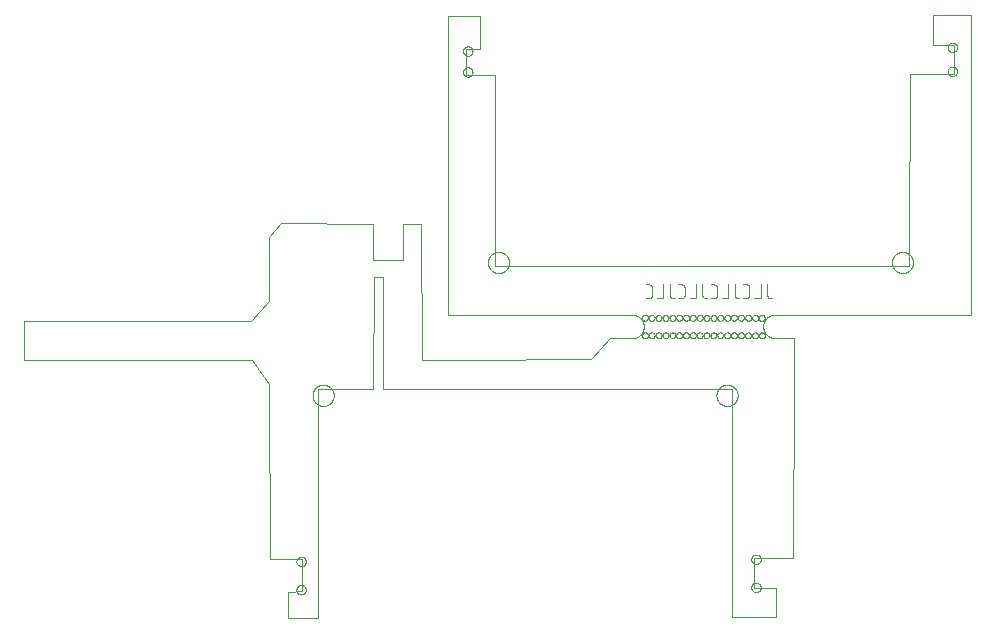
<source format=gbo>
G75*
%MOIN*%
%OFA0B0*%
%FSLAX25Y25*%
%IPPOS*%
%LPD*%
%AMOC8*
5,1,8,0,0,1.08239X$1,22.5*
%
%ADD10C,0.00004*%
%ADD11C,0.00000*%
%ADD12C,0.00400*%
D10*
X0083202Y0020583D02*
X0082929Y0078890D01*
X0076986Y0087044D01*
X0001002Y0086874D01*
X0001104Y0100001D01*
X0057883Y0099830D01*
X0076830Y0099977D01*
X0082822Y0106478D01*
X0082821Y0106477D02*
X0082847Y0127998D01*
X0086616Y0132487D01*
X0117286Y0132430D01*
X0117286Y0120173D01*
X0127589Y0120173D01*
X0127589Y0132178D01*
X0133527Y0132182D01*
X0133615Y0087052D01*
X0145636Y0087052D01*
X0145628Y0087052D02*
X0190098Y0087145D01*
X0196507Y0094247D01*
X0196508Y0094248D02*
X0203733Y0094192D01*
X0203722Y0094193D02*
X0203847Y0094194D01*
X0203972Y0094198D01*
X0204096Y0094206D01*
X0204220Y0094218D01*
X0204344Y0094234D01*
X0204467Y0094254D01*
X0204590Y0094278D01*
X0204712Y0094306D01*
X0204832Y0094337D01*
X0204952Y0094373D01*
X0205071Y0094412D01*
X0205188Y0094455D01*
X0205304Y0094502D01*
X0205418Y0094552D01*
X0205530Y0094606D01*
X0205641Y0094663D01*
X0205750Y0094724D01*
X0205857Y0094789D01*
X0205962Y0094856D01*
X0206065Y0094927D01*
X0206165Y0095002D01*
X0206263Y0095079D01*
X0206359Y0095159D01*
X0206451Y0095243D01*
X0206542Y0095329D01*
X0206629Y0095418D01*
X0206713Y0095510D01*
X0206795Y0095605D01*
X0206873Y0095702D01*
X0206949Y0095801D01*
X0207021Y0095903D01*
X0207090Y0096007D01*
X0207156Y0096113D01*
X0207218Y0096222D01*
X0207276Y0096332D01*
X0207332Y0096444D01*
X0207383Y0096557D01*
X0207431Y0096673D01*
X0207476Y0096789D01*
X0207516Y0096907D01*
X0207553Y0097027D01*
X0207586Y0097147D01*
X0207615Y0097268D01*
X0207640Y0097391D01*
X0207662Y0097514D01*
X0207679Y0097637D01*
X0207693Y0097761D01*
X0207703Y0097886D01*
X0207708Y0098011D01*
X0207710Y0098135D01*
X0207708Y0098260D01*
X0207702Y0098385D01*
X0207691Y0098509D01*
X0207677Y0098633D01*
X0207659Y0098757D01*
X0207637Y0098880D01*
X0207611Y0099002D01*
X0207582Y0099123D01*
X0207548Y0099243D01*
X0207511Y0099362D01*
X0207470Y0099480D01*
X0207425Y0099597D01*
X0207377Y0099712D01*
X0207325Y0099825D01*
X0207269Y0099937D01*
X0207210Y0100047D01*
X0207147Y0100155D01*
X0207081Y0100261D01*
X0207012Y0100365D01*
X0206939Y0100466D01*
X0206863Y0100565D01*
X0206784Y0100662D01*
X0206702Y0100756D01*
X0206617Y0100848D01*
X0206530Y0100937D01*
X0206439Y0101023D01*
X0206346Y0101106D01*
X0206250Y0101186D01*
X0206152Y0101263D01*
X0206051Y0101336D01*
X0205948Y0101407D01*
X0205843Y0101474D01*
X0205736Y0101538D01*
X0205627Y0101599D01*
X0205515Y0101656D01*
X0205403Y0101709D01*
X0205288Y0101759D01*
X0205172Y0101805D01*
X0205055Y0101847D01*
X0204936Y0101886D01*
X0204816Y0101921D01*
X0204695Y0101952D01*
X0204574Y0101979D01*
X0204451Y0102003D01*
X0204328Y0102022D01*
X0204204Y0102038D01*
X0204079Y0102049D01*
X0203955Y0102057D01*
X0203830Y0102061D01*
X0203829Y0102061D02*
X0196604Y0102117D01*
X0196568Y0102134D02*
X0142406Y0101948D01*
X0142406Y0125596D01*
X0142406Y0125595D02*
X0142385Y0184594D01*
X0142386Y0184588D02*
X0142386Y0201767D01*
X0153159Y0201767D01*
X0153041Y0190643D01*
X0148398Y0190525D01*
X0148516Y0181988D01*
X0158152Y0182106D01*
X0158154Y0182107D02*
X0158154Y0123176D01*
X0158153Y0123173D02*
X0158155Y0118265D01*
X0296118Y0118192D01*
X0296118Y0123717D01*
X0296119Y0123709D02*
X0296275Y0182335D01*
X0296277Y0182334D02*
X0311137Y0182319D01*
X0311162Y0191943D01*
X0304131Y0191959D01*
X0303989Y0201995D01*
X0316758Y0202023D01*
X0316763Y0202021D02*
X0316710Y0125987D01*
X0316710Y0125994D02*
X0316712Y0102071D01*
X0296116Y0102005D01*
X0254636Y0102060D01*
X0254643Y0102059D02*
X0251257Y0102059D01*
X0251263Y0102061D02*
X0251139Y0102054D01*
X0251016Y0102044D01*
X0250892Y0102030D01*
X0250770Y0102012D01*
X0250648Y0101990D01*
X0250527Y0101965D01*
X0250406Y0101935D01*
X0250287Y0101902D01*
X0250169Y0101864D01*
X0250052Y0101824D01*
X0249936Y0101779D01*
X0249822Y0101731D01*
X0249709Y0101679D01*
X0249598Y0101624D01*
X0249489Y0101565D01*
X0249382Y0101503D01*
X0249277Y0101437D01*
X0249174Y0101368D01*
X0249073Y0101296D01*
X0248975Y0101220D01*
X0248879Y0101142D01*
X0248785Y0101061D01*
X0248694Y0100976D01*
X0248606Y0100889D01*
X0248521Y0100799D01*
X0248439Y0100706D01*
X0248359Y0100611D01*
X0248283Y0100514D01*
X0248210Y0100414D01*
X0248140Y0100311D01*
X0248073Y0100207D01*
X0248010Y0100100D01*
X0247950Y0099992D01*
X0247893Y0099882D01*
X0247840Y0099769D01*
X0247791Y0099656D01*
X0247745Y0099541D01*
X0247703Y0099424D01*
X0247665Y0099306D01*
X0247630Y0099187D01*
X0247599Y0099067D01*
X0247573Y0098946D01*
X0247549Y0098824D01*
X0247530Y0098702D01*
X0247515Y0098579D01*
X0247503Y0098455D01*
X0247496Y0098332D01*
X0247492Y0098208D01*
X0247493Y0098084D01*
X0247497Y0097960D01*
X0247505Y0097836D01*
X0247517Y0097713D01*
X0247533Y0097590D01*
X0247553Y0097468D01*
X0247577Y0097346D01*
X0247605Y0097225D01*
X0247636Y0097105D01*
X0247671Y0096987D01*
X0247710Y0096869D01*
X0247753Y0096753D01*
X0247800Y0096638D01*
X0247850Y0096524D01*
X0247903Y0096412D01*
X0247960Y0096302D01*
X0248021Y0096194D01*
X0248085Y0096088D01*
X0248152Y0095984D01*
X0248223Y0095882D01*
X0248297Y0095783D01*
X0248373Y0095685D01*
X0248453Y0095591D01*
X0248536Y0095499D01*
X0248622Y0095409D01*
X0248711Y0095322D01*
X0248802Y0095239D01*
X0248896Y0095158D01*
X0248992Y0095080D01*
X0249091Y0095005D01*
X0249192Y0094933D01*
X0249296Y0094865D01*
X0249401Y0094800D01*
X0249509Y0094738D01*
X0249618Y0094680D01*
X0249729Y0094625D01*
X0249842Y0094574D01*
X0249957Y0094527D01*
X0250073Y0094483D01*
X0250190Y0094443D01*
X0250308Y0094406D01*
X0250428Y0094373D01*
X0250548Y0094345D01*
X0250670Y0094319D01*
X0250792Y0094298D01*
X0250915Y0094281D01*
X0251038Y0094268D01*
X0251161Y0094258D01*
X0251285Y0094253D01*
X0251409Y0094251D01*
X0251533Y0094253D01*
X0251521Y0094254D02*
X0257655Y0094249D01*
X0257706Y0079975D01*
X0257703Y0079986D02*
X0257429Y0020926D01*
X0257427Y0020927D02*
X0244592Y0020943D01*
X0244592Y0011089D01*
X0251623Y0011073D01*
X0251623Y0001463D01*
X0236945Y0001293D01*
X0236941Y0001295D02*
X0236993Y0077329D01*
X0120608Y0077334D01*
X0120711Y0114690D01*
X0117694Y0114722D01*
X0117591Y0077373D01*
X0117313Y0077373D01*
X0099266Y0077292D01*
X0099089Y0018293D01*
X0099088Y0018299D02*
X0099088Y0001120D01*
X0089221Y0001002D01*
X0089221Y0009761D01*
X0093864Y0009879D01*
X0093864Y0020584D01*
X0083205Y0020584D01*
D11*
X0091901Y0019802D02*
X0091903Y0019881D01*
X0091909Y0019960D01*
X0091919Y0020039D01*
X0091933Y0020117D01*
X0091950Y0020194D01*
X0091972Y0020270D01*
X0091997Y0020345D01*
X0092027Y0020418D01*
X0092059Y0020490D01*
X0092096Y0020561D01*
X0092136Y0020629D01*
X0092179Y0020695D01*
X0092225Y0020759D01*
X0092275Y0020821D01*
X0092328Y0020880D01*
X0092383Y0020936D01*
X0092442Y0020990D01*
X0092503Y0021040D01*
X0092566Y0021088D01*
X0092632Y0021132D01*
X0092700Y0021173D01*
X0092770Y0021210D01*
X0092841Y0021244D01*
X0092915Y0021274D01*
X0092989Y0021300D01*
X0093065Y0021322D01*
X0093142Y0021341D01*
X0093220Y0021356D01*
X0093298Y0021367D01*
X0093377Y0021374D01*
X0093456Y0021377D01*
X0093535Y0021376D01*
X0093614Y0021371D01*
X0093693Y0021362D01*
X0093771Y0021349D01*
X0093848Y0021332D01*
X0093925Y0021312D01*
X0094000Y0021287D01*
X0094074Y0021259D01*
X0094147Y0021227D01*
X0094217Y0021192D01*
X0094286Y0021153D01*
X0094353Y0021110D01*
X0094418Y0021064D01*
X0094480Y0021016D01*
X0094540Y0020964D01*
X0094597Y0020909D01*
X0094651Y0020851D01*
X0094702Y0020791D01*
X0094750Y0020728D01*
X0094795Y0020663D01*
X0094837Y0020595D01*
X0094875Y0020526D01*
X0094909Y0020455D01*
X0094940Y0020382D01*
X0094968Y0020307D01*
X0094991Y0020232D01*
X0095011Y0020155D01*
X0095027Y0020078D01*
X0095039Y0019999D01*
X0095047Y0019921D01*
X0095051Y0019842D01*
X0095051Y0019762D01*
X0095047Y0019683D01*
X0095039Y0019605D01*
X0095027Y0019526D01*
X0095011Y0019449D01*
X0094991Y0019372D01*
X0094968Y0019297D01*
X0094940Y0019222D01*
X0094909Y0019149D01*
X0094875Y0019078D01*
X0094837Y0019009D01*
X0094795Y0018941D01*
X0094750Y0018876D01*
X0094702Y0018813D01*
X0094651Y0018753D01*
X0094597Y0018695D01*
X0094540Y0018640D01*
X0094480Y0018588D01*
X0094418Y0018540D01*
X0094353Y0018494D01*
X0094286Y0018451D01*
X0094217Y0018412D01*
X0094147Y0018377D01*
X0094074Y0018345D01*
X0094000Y0018317D01*
X0093925Y0018292D01*
X0093848Y0018272D01*
X0093771Y0018255D01*
X0093693Y0018242D01*
X0093614Y0018233D01*
X0093535Y0018228D01*
X0093456Y0018227D01*
X0093377Y0018230D01*
X0093298Y0018237D01*
X0093220Y0018248D01*
X0093142Y0018263D01*
X0093065Y0018282D01*
X0092989Y0018304D01*
X0092915Y0018330D01*
X0092841Y0018360D01*
X0092770Y0018394D01*
X0092700Y0018431D01*
X0092632Y0018472D01*
X0092566Y0018516D01*
X0092503Y0018564D01*
X0092442Y0018614D01*
X0092383Y0018668D01*
X0092328Y0018724D01*
X0092275Y0018783D01*
X0092225Y0018845D01*
X0092179Y0018909D01*
X0092136Y0018975D01*
X0092096Y0019043D01*
X0092059Y0019114D01*
X0092027Y0019186D01*
X0091997Y0019259D01*
X0091972Y0019334D01*
X0091950Y0019410D01*
X0091933Y0019487D01*
X0091919Y0019565D01*
X0091909Y0019644D01*
X0091903Y0019723D01*
X0091901Y0019802D01*
X0091901Y0010404D02*
X0091903Y0010483D01*
X0091909Y0010562D01*
X0091919Y0010641D01*
X0091933Y0010719D01*
X0091950Y0010796D01*
X0091972Y0010872D01*
X0091997Y0010947D01*
X0092027Y0011020D01*
X0092059Y0011092D01*
X0092096Y0011163D01*
X0092136Y0011231D01*
X0092179Y0011297D01*
X0092225Y0011361D01*
X0092275Y0011423D01*
X0092328Y0011482D01*
X0092383Y0011538D01*
X0092442Y0011592D01*
X0092503Y0011642D01*
X0092566Y0011690D01*
X0092632Y0011734D01*
X0092700Y0011775D01*
X0092770Y0011812D01*
X0092841Y0011846D01*
X0092915Y0011876D01*
X0092989Y0011902D01*
X0093065Y0011924D01*
X0093142Y0011943D01*
X0093220Y0011958D01*
X0093298Y0011969D01*
X0093377Y0011976D01*
X0093456Y0011979D01*
X0093535Y0011978D01*
X0093614Y0011973D01*
X0093693Y0011964D01*
X0093771Y0011951D01*
X0093848Y0011934D01*
X0093925Y0011914D01*
X0094000Y0011889D01*
X0094074Y0011861D01*
X0094147Y0011829D01*
X0094217Y0011794D01*
X0094286Y0011755D01*
X0094353Y0011712D01*
X0094418Y0011666D01*
X0094480Y0011618D01*
X0094540Y0011566D01*
X0094597Y0011511D01*
X0094651Y0011453D01*
X0094702Y0011393D01*
X0094750Y0011330D01*
X0094795Y0011265D01*
X0094837Y0011197D01*
X0094875Y0011128D01*
X0094909Y0011057D01*
X0094940Y0010984D01*
X0094968Y0010909D01*
X0094991Y0010834D01*
X0095011Y0010757D01*
X0095027Y0010680D01*
X0095039Y0010601D01*
X0095047Y0010523D01*
X0095051Y0010444D01*
X0095051Y0010364D01*
X0095047Y0010285D01*
X0095039Y0010207D01*
X0095027Y0010128D01*
X0095011Y0010051D01*
X0094991Y0009974D01*
X0094968Y0009899D01*
X0094940Y0009824D01*
X0094909Y0009751D01*
X0094875Y0009680D01*
X0094837Y0009611D01*
X0094795Y0009543D01*
X0094750Y0009478D01*
X0094702Y0009415D01*
X0094651Y0009355D01*
X0094597Y0009297D01*
X0094540Y0009242D01*
X0094480Y0009190D01*
X0094418Y0009142D01*
X0094353Y0009096D01*
X0094286Y0009053D01*
X0094217Y0009014D01*
X0094147Y0008979D01*
X0094074Y0008947D01*
X0094000Y0008919D01*
X0093925Y0008894D01*
X0093848Y0008874D01*
X0093771Y0008857D01*
X0093693Y0008844D01*
X0093614Y0008835D01*
X0093535Y0008830D01*
X0093456Y0008829D01*
X0093377Y0008832D01*
X0093298Y0008839D01*
X0093220Y0008850D01*
X0093142Y0008865D01*
X0093065Y0008884D01*
X0092989Y0008906D01*
X0092915Y0008932D01*
X0092841Y0008962D01*
X0092770Y0008996D01*
X0092700Y0009033D01*
X0092632Y0009074D01*
X0092566Y0009118D01*
X0092503Y0009166D01*
X0092442Y0009216D01*
X0092383Y0009270D01*
X0092328Y0009326D01*
X0092275Y0009385D01*
X0092225Y0009447D01*
X0092179Y0009511D01*
X0092136Y0009577D01*
X0092096Y0009645D01*
X0092059Y0009716D01*
X0092027Y0009788D01*
X0091997Y0009861D01*
X0091972Y0009936D01*
X0091950Y0010012D01*
X0091933Y0010089D01*
X0091919Y0010167D01*
X0091909Y0010246D01*
X0091903Y0010325D01*
X0091901Y0010404D01*
X0097271Y0075187D02*
X0097273Y0075305D01*
X0097279Y0075424D01*
X0097289Y0075542D01*
X0097303Y0075659D01*
X0097320Y0075776D01*
X0097342Y0075893D01*
X0097368Y0076008D01*
X0097397Y0076123D01*
X0097430Y0076237D01*
X0097467Y0076349D01*
X0097508Y0076460D01*
X0097552Y0076570D01*
X0097600Y0076678D01*
X0097652Y0076785D01*
X0097707Y0076890D01*
X0097766Y0076993D01*
X0097828Y0077093D01*
X0097893Y0077192D01*
X0097962Y0077289D01*
X0098033Y0077383D01*
X0098108Y0077474D01*
X0098186Y0077564D01*
X0098267Y0077650D01*
X0098351Y0077734D01*
X0098437Y0077815D01*
X0098527Y0077893D01*
X0098618Y0077968D01*
X0098712Y0078039D01*
X0098809Y0078108D01*
X0098908Y0078173D01*
X0099008Y0078235D01*
X0099111Y0078294D01*
X0099216Y0078349D01*
X0099323Y0078401D01*
X0099431Y0078449D01*
X0099541Y0078493D01*
X0099652Y0078534D01*
X0099764Y0078571D01*
X0099878Y0078604D01*
X0099993Y0078633D01*
X0100108Y0078659D01*
X0100225Y0078681D01*
X0100342Y0078698D01*
X0100459Y0078712D01*
X0100577Y0078722D01*
X0100696Y0078728D01*
X0100814Y0078730D01*
X0100932Y0078728D01*
X0101051Y0078722D01*
X0101169Y0078712D01*
X0101286Y0078698D01*
X0101403Y0078681D01*
X0101520Y0078659D01*
X0101635Y0078633D01*
X0101750Y0078604D01*
X0101864Y0078571D01*
X0101976Y0078534D01*
X0102087Y0078493D01*
X0102197Y0078449D01*
X0102305Y0078401D01*
X0102412Y0078349D01*
X0102517Y0078294D01*
X0102620Y0078235D01*
X0102720Y0078173D01*
X0102819Y0078108D01*
X0102916Y0078039D01*
X0103010Y0077968D01*
X0103101Y0077893D01*
X0103191Y0077815D01*
X0103277Y0077734D01*
X0103361Y0077650D01*
X0103442Y0077564D01*
X0103520Y0077474D01*
X0103595Y0077383D01*
X0103666Y0077289D01*
X0103735Y0077192D01*
X0103800Y0077093D01*
X0103862Y0076993D01*
X0103921Y0076890D01*
X0103976Y0076785D01*
X0104028Y0076678D01*
X0104076Y0076570D01*
X0104120Y0076460D01*
X0104161Y0076349D01*
X0104198Y0076237D01*
X0104231Y0076123D01*
X0104260Y0076008D01*
X0104286Y0075893D01*
X0104308Y0075776D01*
X0104325Y0075659D01*
X0104339Y0075542D01*
X0104349Y0075424D01*
X0104355Y0075305D01*
X0104357Y0075187D01*
X0104355Y0075069D01*
X0104349Y0074950D01*
X0104339Y0074832D01*
X0104325Y0074715D01*
X0104308Y0074598D01*
X0104286Y0074481D01*
X0104260Y0074366D01*
X0104231Y0074251D01*
X0104198Y0074137D01*
X0104161Y0074025D01*
X0104120Y0073914D01*
X0104076Y0073804D01*
X0104028Y0073696D01*
X0103976Y0073589D01*
X0103921Y0073484D01*
X0103862Y0073381D01*
X0103800Y0073281D01*
X0103735Y0073182D01*
X0103666Y0073085D01*
X0103595Y0072991D01*
X0103520Y0072900D01*
X0103442Y0072810D01*
X0103361Y0072724D01*
X0103277Y0072640D01*
X0103191Y0072559D01*
X0103101Y0072481D01*
X0103010Y0072406D01*
X0102916Y0072335D01*
X0102819Y0072266D01*
X0102720Y0072201D01*
X0102620Y0072139D01*
X0102517Y0072080D01*
X0102412Y0072025D01*
X0102305Y0071973D01*
X0102197Y0071925D01*
X0102087Y0071881D01*
X0101976Y0071840D01*
X0101864Y0071803D01*
X0101750Y0071770D01*
X0101635Y0071741D01*
X0101520Y0071715D01*
X0101403Y0071693D01*
X0101286Y0071676D01*
X0101169Y0071662D01*
X0101051Y0071652D01*
X0100932Y0071646D01*
X0100814Y0071644D01*
X0100696Y0071646D01*
X0100577Y0071652D01*
X0100459Y0071662D01*
X0100342Y0071676D01*
X0100225Y0071693D01*
X0100108Y0071715D01*
X0099993Y0071741D01*
X0099878Y0071770D01*
X0099764Y0071803D01*
X0099652Y0071840D01*
X0099541Y0071881D01*
X0099431Y0071925D01*
X0099323Y0071973D01*
X0099216Y0072025D01*
X0099111Y0072080D01*
X0099008Y0072139D01*
X0098908Y0072201D01*
X0098809Y0072266D01*
X0098712Y0072335D01*
X0098618Y0072406D01*
X0098527Y0072481D01*
X0098437Y0072559D01*
X0098351Y0072640D01*
X0098267Y0072724D01*
X0098186Y0072810D01*
X0098108Y0072900D01*
X0098033Y0072991D01*
X0097962Y0073085D01*
X0097893Y0073182D01*
X0097828Y0073281D01*
X0097766Y0073381D01*
X0097707Y0073484D01*
X0097652Y0073589D01*
X0097600Y0073696D01*
X0097552Y0073804D01*
X0097508Y0073914D01*
X0097467Y0074025D01*
X0097430Y0074137D01*
X0097397Y0074251D01*
X0097368Y0074366D01*
X0097342Y0074481D01*
X0097320Y0074598D01*
X0097303Y0074715D01*
X0097289Y0074832D01*
X0097279Y0074950D01*
X0097273Y0075069D01*
X0097271Y0075187D01*
X0155735Y0119478D02*
X0155737Y0119596D01*
X0155743Y0119715D01*
X0155753Y0119833D01*
X0155767Y0119950D01*
X0155784Y0120067D01*
X0155806Y0120184D01*
X0155832Y0120299D01*
X0155861Y0120414D01*
X0155894Y0120528D01*
X0155931Y0120640D01*
X0155972Y0120751D01*
X0156016Y0120861D01*
X0156064Y0120969D01*
X0156116Y0121076D01*
X0156171Y0121181D01*
X0156230Y0121284D01*
X0156292Y0121384D01*
X0156357Y0121483D01*
X0156426Y0121580D01*
X0156497Y0121674D01*
X0156572Y0121765D01*
X0156650Y0121855D01*
X0156731Y0121941D01*
X0156815Y0122025D01*
X0156901Y0122106D01*
X0156991Y0122184D01*
X0157082Y0122259D01*
X0157176Y0122330D01*
X0157273Y0122399D01*
X0157372Y0122464D01*
X0157472Y0122526D01*
X0157575Y0122585D01*
X0157680Y0122640D01*
X0157787Y0122692D01*
X0157895Y0122740D01*
X0158005Y0122784D01*
X0158116Y0122825D01*
X0158228Y0122862D01*
X0158342Y0122895D01*
X0158457Y0122924D01*
X0158572Y0122950D01*
X0158689Y0122972D01*
X0158806Y0122989D01*
X0158923Y0123003D01*
X0159041Y0123013D01*
X0159160Y0123019D01*
X0159278Y0123021D01*
X0159396Y0123019D01*
X0159515Y0123013D01*
X0159633Y0123003D01*
X0159750Y0122989D01*
X0159867Y0122972D01*
X0159984Y0122950D01*
X0160099Y0122924D01*
X0160214Y0122895D01*
X0160328Y0122862D01*
X0160440Y0122825D01*
X0160551Y0122784D01*
X0160661Y0122740D01*
X0160769Y0122692D01*
X0160876Y0122640D01*
X0160981Y0122585D01*
X0161084Y0122526D01*
X0161184Y0122464D01*
X0161283Y0122399D01*
X0161380Y0122330D01*
X0161474Y0122259D01*
X0161565Y0122184D01*
X0161655Y0122106D01*
X0161741Y0122025D01*
X0161825Y0121941D01*
X0161906Y0121855D01*
X0161984Y0121765D01*
X0162059Y0121674D01*
X0162130Y0121580D01*
X0162199Y0121483D01*
X0162264Y0121384D01*
X0162326Y0121284D01*
X0162385Y0121181D01*
X0162440Y0121076D01*
X0162492Y0120969D01*
X0162540Y0120861D01*
X0162584Y0120751D01*
X0162625Y0120640D01*
X0162662Y0120528D01*
X0162695Y0120414D01*
X0162724Y0120299D01*
X0162750Y0120184D01*
X0162772Y0120067D01*
X0162789Y0119950D01*
X0162803Y0119833D01*
X0162813Y0119715D01*
X0162819Y0119596D01*
X0162821Y0119478D01*
X0162819Y0119360D01*
X0162813Y0119241D01*
X0162803Y0119123D01*
X0162789Y0119006D01*
X0162772Y0118889D01*
X0162750Y0118772D01*
X0162724Y0118657D01*
X0162695Y0118542D01*
X0162662Y0118428D01*
X0162625Y0118316D01*
X0162584Y0118205D01*
X0162540Y0118095D01*
X0162492Y0117987D01*
X0162440Y0117880D01*
X0162385Y0117775D01*
X0162326Y0117672D01*
X0162264Y0117572D01*
X0162199Y0117473D01*
X0162130Y0117376D01*
X0162059Y0117282D01*
X0161984Y0117191D01*
X0161906Y0117101D01*
X0161825Y0117015D01*
X0161741Y0116931D01*
X0161655Y0116850D01*
X0161565Y0116772D01*
X0161474Y0116697D01*
X0161380Y0116626D01*
X0161283Y0116557D01*
X0161184Y0116492D01*
X0161084Y0116430D01*
X0160981Y0116371D01*
X0160876Y0116316D01*
X0160769Y0116264D01*
X0160661Y0116216D01*
X0160551Y0116172D01*
X0160440Y0116131D01*
X0160328Y0116094D01*
X0160214Y0116061D01*
X0160099Y0116032D01*
X0159984Y0116006D01*
X0159867Y0115984D01*
X0159750Y0115967D01*
X0159633Y0115953D01*
X0159515Y0115943D01*
X0159396Y0115937D01*
X0159278Y0115935D01*
X0159160Y0115937D01*
X0159041Y0115943D01*
X0158923Y0115953D01*
X0158806Y0115967D01*
X0158689Y0115984D01*
X0158572Y0116006D01*
X0158457Y0116032D01*
X0158342Y0116061D01*
X0158228Y0116094D01*
X0158116Y0116131D01*
X0158005Y0116172D01*
X0157895Y0116216D01*
X0157787Y0116264D01*
X0157680Y0116316D01*
X0157575Y0116371D01*
X0157472Y0116430D01*
X0157372Y0116492D01*
X0157273Y0116557D01*
X0157176Y0116626D01*
X0157082Y0116697D01*
X0156991Y0116772D01*
X0156901Y0116850D01*
X0156815Y0116931D01*
X0156731Y0117015D01*
X0156650Y0117101D01*
X0156572Y0117191D01*
X0156497Y0117282D01*
X0156426Y0117376D01*
X0156357Y0117473D01*
X0156292Y0117572D01*
X0156230Y0117672D01*
X0156171Y0117775D01*
X0156116Y0117880D01*
X0156064Y0117987D01*
X0156016Y0118095D01*
X0155972Y0118205D01*
X0155931Y0118316D01*
X0155894Y0118428D01*
X0155861Y0118542D01*
X0155832Y0118657D01*
X0155806Y0118772D01*
X0155784Y0118889D01*
X0155767Y0119006D01*
X0155753Y0119123D01*
X0155743Y0119241D01*
X0155737Y0119360D01*
X0155735Y0119478D01*
X0207091Y0101027D02*
X0207093Y0101089D01*
X0207099Y0101152D01*
X0207109Y0101213D01*
X0207123Y0101274D01*
X0207140Y0101334D01*
X0207161Y0101393D01*
X0207187Y0101450D01*
X0207215Y0101505D01*
X0207247Y0101559D01*
X0207283Y0101610D01*
X0207321Y0101660D01*
X0207363Y0101706D01*
X0207407Y0101750D01*
X0207455Y0101791D01*
X0207504Y0101829D01*
X0207556Y0101863D01*
X0207610Y0101894D01*
X0207666Y0101922D01*
X0207724Y0101946D01*
X0207783Y0101967D01*
X0207843Y0101983D01*
X0207904Y0101996D01*
X0207966Y0102005D01*
X0208028Y0102010D01*
X0208091Y0102011D01*
X0208153Y0102008D01*
X0208215Y0102001D01*
X0208277Y0101990D01*
X0208337Y0101975D01*
X0208397Y0101957D01*
X0208455Y0101935D01*
X0208512Y0101909D01*
X0208567Y0101879D01*
X0208620Y0101846D01*
X0208671Y0101810D01*
X0208719Y0101771D01*
X0208765Y0101728D01*
X0208808Y0101683D01*
X0208848Y0101635D01*
X0208885Y0101585D01*
X0208919Y0101532D01*
X0208950Y0101478D01*
X0208976Y0101422D01*
X0209000Y0101364D01*
X0209019Y0101304D01*
X0209035Y0101244D01*
X0209047Y0101182D01*
X0209055Y0101121D01*
X0209059Y0101058D01*
X0209059Y0100996D01*
X0209055Y0100933D01*
X0209047Y0100872D01*
X0209035Y0100810D01*
X0209019Y0100750D01*
X0209000Y0100690D01*
X0208976Y0100632D01*
X0208950Y0100576D01*
X0208919Y0100522D01*
X0208885Y0100469D01*
X0208848Y0100419D01*
X0208808Y0100371D01*
X0208765Y0100326D01*
X0208719Y0100283D01*
X0208671Y0100244D01*
X0208620Y0100208D01*
X0208567Y0100175D01*
X0208512Y0100145D01*
X0208455Y0100119D01*
X0208397Y0100097D01*
X0208337Y0100079D01*
X0208277Y0100064D01*
X0208215Y0100053D01*
X0208153Y0100046D01*
X0208091Y0100043D01*
X0208028Y0100044D01*
X0207966Y0100049D01*
X0207904Y0100058D01*
X0207843Y0100071D01*
X0207783Y0100087D01*
X0207724Y0100108D01*
X0207666Y0100132D01*
X0207610Y0100160D01*
X0207556Y0100191D01*
X0207504Y0100225D01*
X0207455Y0100263D01*
X0207407Y0100304D01*
X0207363Y0100348D01*
X0207321Y0100394D01*
X0207283Y0100444D01*
X0207247Y0100495D01*
X0207215Y0100549D01*
X0207187Y0100604D01*
X0207161Y0100661D01*
X0207140Y0100720D01*
X0207123Y0100780D01*
X0207109Y0100841D01*
X0207099Y0100902D01*
X0207093Y0100965D01*
X0207091Y0101027D01*
X0209342Y0101027D02*
X0209344Y0101089D01*
X0209350Y0101152D01*
X0209360Y0101213D01*
X0209374Y0101274D01*
X0209391Y0101334D01*
X0209412Y0101393D01*
X0209438Y0101450D01*
X0209466Y0101505D01*
X0209498Y0101559D01*
X0209534Y0101610D01*
X0209572Y0101660D01*
X0209614Y0101706D01*
X0209658Y0101750D01*
X0209706Y0101791D01*
X0209755Y0101829D01*
X0209807Y0101863D01*
X0209861Y0101894D01*
X0209917Y0101922D01*
X0209975Y0101946D01*
X0210034Y0101967D01*
X0210094Y0101983D01*
X0210155Y0101996D01*
X0210217Y0102005D01*
X0210279Y0102010D01*
X0210342Y0102011D01*
X0210404Y0102008D01*
X0210466Y0102001D01*
X0210528Y0101990D01*
X0210588Y0101975D01*
X0210648Y0101957D01*
X0210706Y0101935D01*
X0210763Y0101909D01*
X0210818Y0101879D01*
X0210871Y0101846D01*
X0210922Y0101810D01*
X0210970Y0101771D01*
X0211016Y0101728D01*
X0211059Y0101683D01*
X0211099Y0101635D01*
X0211136Y0101585D01*
X0211170Y0101532D01*
X0211201Y0101478D01*
X0211227Y0101422D01*
X0211251Y0101364D01*
X0211270Y0101304D01*
X0211286Y0101244D01*
X0211298Y0101182D01*
X0211306Y0101121D01*
X0211310Y0101058D01*
X0211310Y0100996D01*
X0211306Y0100933D01*
X0211298Y0100872D01*
X0211286Y0100810D01*
X0211270Y0100750D01*
X0211251Y0100690D01*
X0211227Y0100632D01*
X0211201Y0100576D01*
X0211170Y0100522D01*
X0211136Y0100469D01*
X0211099Y0100419D01*
X0211059Y0100371D01*
X0211016Y0100326D01*
X0210970Y0100283D01*
X0210922Y0100244D01*
X0210871Y0100208D01*
X0210818Y0100175D01*
X0210763Y0100145D01*
X0210706Y0100119D01*
X0210648Y0100097D01*
X0210588Y0100079D01*
X0210528Y0100064D01*
X0210466Y0100053D01*
X0210404Y0100046D01*
X0210342Y0100043D01*
X0210279Y0100044D01*
X0210217Y0100049D01*
X0210155Y0100058D01*
X0210094Y0100071D01*
X0210034Y0100087D01*
X0209975Y0100108D01*
X0209917Y0100132D01*
X0209861Y0100160D01*
X0209807Y0100191D01*
X0209755Y0100225D01*
X0209706Y0100263D01*
X0209658Y0100304D01*
X0209614Y0100348D01*
X0209572Y0100394D01*
X0209534Y0100444D01*
X0209498Y0100495D01*
X0209466Y0100549D01*
X0209438Y0100604D01*
X0209412Y0100661D01*
X0209391Y0100720D01*
X0209374Y0100780D01*
X0209360Y0100841D01*
X0209350Y0100902D01*
X0209344Y0100965D01*
X0209342Y0101027D01*
X0211659Y0101027D02*
X0211661Y0101089D01*
X0211667Y0101152D01*
X0211677Y0101213D01*
X0211691Y0101274D01*
X0211708Y0101334D01*
X0211729Y0101393D01*
X0211755Y0101450D01*
X0211783Y0101505D01*
X0211815Y0101559D01*
X0211851Y0101610D01*
X0211889Y0101660D01*
X0211931Y0101706D01*
X0211975Y0101750D01*
X0212023Y0101791D01*
X0212072Y0101829D01*
X0212124Y0101863D01*
X0212178Y0101894D01*
X0212234Y0101922D01*
X0212292Y0101946D01*
X0212351Y0101967D01*
X0212411Y0101983D01*
X0212472Y0101996D01*
X0212534Y0102005D01*
X0212596Y0102010D01*
X0212659Y0102011D01*
X0212721Y0102008D01*
X0212783Y0102001D01*
X0212845Y0101990D01*
X0212905Y0101975D01*
X0212965Y0101957D01*
X0213023Y0101935D01*
X0213080Y0101909D01*
X0213135Y0101879D01*
X0213188Y0101846D01*
X0213239Y0101810D01*
X0213287Y0101771D01*
X0213333Y0101728D01*
X0213376Y0101683D01*
X0213416Y0101635D01*
X0213453Y0101585D01*
X0213487Y0101532D01*
X0213518Y0101478D01*
X0213544Y0101422D01*
X0213568Y0101364D01*
X0213587Y0101304D01*
X0213603Y0101244D01*
X0213615Y0101182D01*
X0213623Y0101121D01*
X0213627Y0101058D01*
X0213627Y0100996D01*
X0213623Y0100933D01*
X0213615Y0100872D01*
X0213603Y0100810D01*
X0213587Y0100750D01*
X0213568Y0100690D01*
X0213544Y0100632D01*
X0213518Y0100576D01*
X0213487Y0100522D01*
X0213453Y0100469D01*
X0213416Y0100419D01*
X0213376Y0100371D01*
X0213333Y0100326D01*
X0213287Y0100283D01*
X0213239Y0100244D01*
X0213188Y0100208D01*
X0213135Y0100175D01*
X0213080Y0100145D01*
X0213023Y0100119D01*
X0212965Y0100097D01*
X0212905Y0100079D01*
X0212845Y0100064D01*
X0212783Y0100053D01*
X0212721Y0100046D01*
X0212659Y0100043D01*
X0212596Y0100044D01*
X0212534Y0100049D01*
X0212472Y0100058D01*
X0212411Y0100071D01*
X0212351Y0100087D01*
X0212292Y0100108D01*
X0212234Y0100132D01*
X0212178Y0100160D01*
X0212124Y0100191D01*
X0212072Y0100225D01*
X0212023Y0100263D01*
X0211975Y0100304D01*
X0211931Y0100348D01*
X0211889Y0100394D01*
X0211851Y0100444D01*
X0211815Y0100495D01*
X0211783Y0100549D01*
X0211755Y0100604D01*
X0211729Y0100661D01*
X0211708Y0100720D01*
X0211691Y0100780D01*
X0211677Y0100841D01*
X0211667Y0100902D01*
X0211661Y0100965D01*
X0211659Y0101027D01*
X0213936Y0101027D02*
X0213938Y0101089D01*
X0213944Y0101152D01*
X0213954Y0101213D01*
X0213968Y0101274D01*
X0213985Y0101334D01*
X0214006Y0101393D01*
X0214032Y0101450D01*
X0214060Y0101505D01*
X0214092Y0101559D01*
X0214128Y0101610D01*
X0214166Y0101660D01*
X0214208Y0101706D01*
X0214252Y0101750D01*
X0214300Y0101791D01*
X0214349Y0101829D01*
X0214401Y0101863D01*
X0214455Y0101894D01*
X0214511Y0101922D01*
X0214569Y0101946D01*
X0214628Y0101967D01*
X0214688Y0101983D01*
X0214749Y0101996D01*
X0214811Y0102005D01*
X0214873Y0102010D01*
X0214936Y0102011D01*
X0214998Y0102008D01*
X0215060Y0102001D01*
X0215122Y0101990D01*
X0215182Y0101975D01*
X0215242Y0101957D01*
X0215300Y0101935D01*
X0215357Y0101909D01*
X0215412Y0101879D01*
X0215465Y0101846D01*
X0215516Y0101810D01*
X0215564Y0101771D01*
X0215610Y0101728D01*
X0215653Y0101683D01*
X0215693Y0101635D01*
X0215730Y0101585D01*
X0215764Y0101532D01*
X0215795Y0101478D01*
X0215821Y0101422D01*
X0215845Y0101364D01*
X0215864Y0101304D01*
X0215880Y0101244D01*
X0215892Y0101182D01*
X0215900Y0101121D01*
X0215904Y0101058D01*
X0215904Y0100996D01*
X0215900Y0100933D01*
X0215892Y0100872D01*
X0215880Y0100810D01*
X0215864Y0100750D01*
X0215845Y0100690D01*
X0215821Y0100632D01*
X0215795Y0100576D01*
X0215764Y0100522D01*
X0215730Y0100469D01*
X0215693Y0100419D01*
X0215653Y0100371D01*
X0215610Y0100326D01*
X0215564Y0100283D01*
X0215516Y0100244D01*
X0215465Y0100208D01*
X0215412Y0100175D01*
X0215357Y0100145D01*
X0215300Y0100119D01*
X0215242Y0100097D01*
X0215182Y0100079D01*
X0215122Y0100064D01*
X0215060Y0100053D01*
X0214998Y0100046D01*
X0214936Y0100043D01*
X0214873Y0100044D01*
X0214811Y0100049D01*
X0214749Y0100058D01*
X0214688Y0100071D01*
X0214628Y0100087D01*
X0214569Y0100108D01*
X0214511Y0100132D01*
X0214455Y0100160D01*
X0214401Y0100191D01*
X0214349Y0100225D01*
X0214300Y0100263D01*
X0214252Y0100304D01*
X0214208Y0100348D01*
X0214166Y0100394D01*
X0214128Y0100444D01*
X0214092Y0100495D01*
X0214060Y0100549D01*
X0214032Y0100604D01*
X0214006Y0100661D01*
X0213985Y0100720D01*
X0213968Y0100780D01*
X0213954Y0100841D01*
X0213944Y0100902D01*
X0213938Y0100965D01*
X0213936Y0101027D01*
X0216253Y0101027D02*
X0216255Y0101089D01*
X0216261Y0101152D01*
X0216271Y0101213D01*
X0216285Y0101274D01*
X0216302Y0101334D01*
X0216323Y0101393D01*
X0216349Y0101450D01*
X0216377Y0101505D01*
X0216409Y0101559D01*
X0216445Y0101610D01*
X0216483Y0101660D01*
X0216525Y0101706D01*
X0216569Y0101750D01*
X0216617Y0101791D01*
X0216666Y0101829D01*
X0216718Y0101863D01*
X0216772Y0101894D01*
X0216828Y0101922D01*
X0216886Y0101946D01*
X0216945Y0101967D01*
X0217005Y0101983D01*
X0217066Y0101996D01*
X0217128Y0102005D01*
X0217190Y0102010D01*
X0217253Y0102011D01*
X0217315Y0102008D01*
X0217377Y0102001D01*
X0217439Y0101990D01*
X0217499Y0101975D01*
X0217559Y0101957D01*
X0217617Y0101935D01*
X0217674Y0101909D01*
X0217729Y0101879D01*
X0217782Y0101846D01*
X0217833Y0101810D01*
X0217881Y0101771D01*
X0217927Y0101728D01*
X0217970Y0101683D01*
X0218010Y0101635D01*
X0218047Y0101585D01*
X0218081Y0101532D01*
X0218112Y0101478D01*
X0218138Y0101422D01*
X0218162Y0101364D01*
X0218181Y0101304D01*
X0218197Y0101244D01*
X0218209Y0101182D01*
X0218217Y0101121D01*
X0218221Y0101058D01*
X0218221Y0100996D01*
X0218217Y0100933D01*
X0218209Y0100872D01*
X0218197Y0100810D01*
X0218181Y0100750D01*
X0218162Y0100690D01*
X0218138Y0100632D01*
X0218112Y0100576D01*
X0218081Y0100522D01*
X0218047Y0100469D01*
X0218010Y0100419D01*
X0217970Y0100371D01*
X0217927Y0100326D01*
X0217881Y0100283D01*
X0217833Y0100244D01*
X0217782Y0100208D01*
X0217729Y0100175D01*
X0217674Y0100145D01*
X0217617Y0100119D01*
X0217559Y0100097D01*
X0217499Y0100079D01*
X0217439Y0100064D01*
X0217377Y0100053D01*
X0217315Y0100046D01*
X0217253Y0100043D01*
X0217190Y0100044D01*
X0217128Y0100049D01*
X0217066Y0100058D01*
X0217005Y0100071D01*
X0216945Y0100087D01*
X0216886Y0100108D01*
X0216828Y0100132D01*
X0216772Y0100160D01*
X0216718Y0100191D01*
X0216666Y0100225D01*
X0216617Y0100263D01*
X0216569Y0100304D01*
X0216525Y0100348D01*
X0216483Y0100394D01*
X0216445Y0100444D01*
X0216409Y0100495D01*
X0216377Y0100549D01*
X0216349Y0100604D01*
X0216323Y0100661D01*
X0216302Y0100720D01*
X0216285Y0100780D01*
X0216271Y0100841D01*
X0216261Y0100902D01*
X0216255Y0100965D01*
X0216253Y0101027D01*
X0218504Y0101027D02*
X0218506Y0101089D01*
X0218512Y0101152D01*
X0218522Y0101213D01*
X0218536Y0101274D01*
X0218553Y0101334D01*
X0218574Y0101393D01*
X0218600Y0101450D01*
X0218628Y0101505D01*
X0218660Y0101559D01*
X0218696Y0101610D01*
X0218734Y0101660D01*
X0218776Y0101706D01*
X0218820Y0101750D01*
X0218868Y0101791D01*
X0218917Y0101829D01*
X0218969Y0101863D01*
X0219023Y0101894D01*
X0219079Y0101922D01*
X0219137Y0101946D01*
X0219196Y0101967D01*
X0219256Y0101983D01*
X0219317Y0101996D01*
X0219379Y0102005D01*
X0219441Y0102010D01*
X0219504Y0102011D01*
X0219566Y0102008D01*
X0219628Y0102001D01*
X0219690Y0101990D01*
X0219750Y0101975D01*
X0219810Y0101957D01*
X0219868Y0101935D01*
X0219925Y0101909D01*
X0219980Y0101879D01*
X0220033Y0101846D01*
X0220084Y0101810D01*
X0220132Y0101771D01*
X0220178Y0101728D01*
X0220221Y0101683D01*
X0220261Y0101635D01*
X0220298Y0101585D01*
X0220332Y0101532D01*
X0220363Y0101478D01*
X0220389Y0101422D01*
X0220413Y0101364D01*
X0220432Y0101304D01*
X0220448Y0101244D01*
X0220460Y0101182D01*
X0220468Y0101121D01*
X0220472Y0101058D01*
X0220472Y0100996D01*
X0220468Y0100933D01*
X0220460Y0100872D01*
X0220448Y0100810D01*
X0220432Y0100750D01*
X0220413Y0100690D01*
X0220389Y0100632D01*
X0220363Y0100576D01*
X0220332Y0100522D01*
X0220298Y0100469D01*
X0220261Y0100419D01*
X0220221Y0100371D01*
X0220178Y0100326D01*
X0220132Y0100283D01*
X0220084Y0100244D01*
X0220033Y0100208D01*
X0219980Y0100175D01*
X0219925Y0100145D01*
X0219868Y0100119D01*
X0219810Y0100097D01*
X0219750Y0100079D01*
X0219690Y0100064D01*
X0219628Y0100053D01*
X0219566Y0100046D01*
X0219504Y0100043D01*
X0219441Y0100044D01*
X0219379Y0100049D01*
X0219317Y0100058D01*
X0219256Y0100071D01*
X0219196Y0100087D01*
X0219137Y0100108D01*
X0219079Y0100132D01*
X0219023Y0100160D01*
X0218969Y0100191D01*
X0218917Y0100225D01*
X0218868Y0100263D01*
X0218820Y0100304D01*
X0218776Y0100348D01*
X0218734Y0100394D01*
X0218696Y0100444D01*
X0218660Y0100495D01*
X0218628Y0100549D01*
X0218600Y0100604D01*
X0218574Y0100661D01*
X0218553Y0100720D01*
X0218536Y0100780D01*
X0218522Y0100841D01*
X0218512Y0100902D01*
X0218506Y0100965D01*
X0218504Y0101027D01*
X0220820Y0101027D02*
X0220822Y0101089D01*
X0220828Y0101152D01*
X0220838Y0101213D01*
X0220852Y0101274D01*
X0220869Y0101334D01*
X0220890Y0101393D01*
X0220916Y0101450D01*
X0220944Y0101505D01*
X0220976Y0101559D01*
X0221012Y0101610D01*
X0221050Y0101660D01*
X0221092Y0101706D01*
X0221136Y0101750D01*
X0221184Y0101791D01*
X0221233Y0101829D01*
X0221285Y0101863D01*
X0221339Y0101894D01*
X0221395Y0101922D01*
X0221453Y0101946D01*
X0221512Y0101967D01*
X0221572Y0101983D01*
X0221633Y0101996D01*
X0221695Y0102005D01*
X0221757Y0102010D01*
X0221820Y0102011D01*
X0221882Y0102008D01*
X0221944Y0102001D01*
X0222006Y0101990D01*
X0222066Y0101975D01*
X0222126Y0101957D01*
X0222184Y0101935D01*
X0222241Y0101909D01*
X0222296Y0101879D01*
X0222349Y0101846D01*
X0222400Y0101810D01*
X0222448Y0101771D01*
X0222494Y0101728D01*
X0222537Y0101683D01*
X0222577Y0101635D01*
X0222614Y0101585D01*
X0222648Y0101532D01*
X0222679Y0101478D01*
X0222705Y0101422D01*
X0222729Y0101364D01*
X0222748Y0101304D01*
X0222764Y0101244D01*
X0222776Y0101182D01*
X0222784Y0101121D01*
X0222788Y0101058D01*
X0222788Y0100996D01*
X0222784Y0100933D01*
X0222776Y0100872D01*
X0222764Y0100810D01*
X0222748Y0100750D01*
X0222729Y0100690D01*
X0222705Y0100632D01*
X0222679Y0100576D01*
X0222648Y0100522D01*
X0222614Y0100469D01*
X0222577Y0100419D01*
X0222537Y0100371D01*
X0222494Y0100326D01*
X0222448Y0100283D01*
X0222400Y0100244D01*
X0222349Y0100208D01*
X0222296Y0100175D01*
X0222241Y0100145D01*
X0222184Y0100119D01*
X0222126Y0100097D01*
X0222066Y0100079D01*
X0222006Y0100064D01*
X0221944Y0100053D01*
X0221882Y0100046D01*
X0221820Y0100043D01*
X0221757Y0100044D01*
X0221695Y0100049D01*
X0221633Y0100058D01*
X0221572Y0100071D01*
X0221512Y0100087D01*
X0221453Y0100108D01*
X0221395Y0100132D01*
X0221339Y0100160D01*
X0221285Y0100191D01*
X0221233Y0100225D01*
X0221184Y0100263D01*
X0221136Y0100304D01*
X0221092Y0100348D01*
X0221050Y0100394D01*
X0221012Y0100444D01*
X0220976Y0100495D01*
X0220944Y0100549D01*
X0220916Y0100604D01*
X0220890Y0100661D01*
X0220869Y0100720D01*
X0220852Y0100780D01*
X0220838Y0100841D01*
X0220828Y0100902D01*
X0220822Y0100965D01*
X0220820Y0101027D01*
X0223046Y0101023D02*
X0223048Y0101085D01*
X0223054Y0101148D01*
X0223064Y0101209D01*
X0223078Y0101270D01*
X0223095Y0101330D01*
X0223116Y0101389D01*
X0223142Y0101446D01*
X0223170Y0101501D01*
X0223202Y0101555D01*
X0223238Y0101606D01*
X0223276Y0101656D01*
X0223318Y0101702D01*
X0223362Y0101746D01*
X0223410Y0101787D01*
X0223459Y0101825D01*
X0223511Y0101859D01*
X0223565Y0101890D01*
X0223621Y0101918D01*
X0223679Y0101942D01*
X0223738Y0101963D01*
X0223798Y0101979D01*
X0223859Y0101992D01*
X0223921Y0102001D01*
X0223983Y0102006D01*
X0224046Y0102007D01*
X0224108Y0102004D01*
X0224170Y0101997D01*
X0224232Y0101986D01*
X0224292Y0101971D01*
X0224352Y0101953D01*
X0224410Y0101931D01*
X0224467Y0101905D01*
X0224522Y0101875D01*
X0224575Y0101842D01*
X0224626Y0101806D01*
X0224674Y0101767D01*
X0224720Y0101724D01*
X0224763Y0101679D01*
X0224803Y0101631D01*
X0224840Y0101581D01*
X0224874Y0101528D01*
X0224905Y0101474D01*
X0224931Y0101418D01*
X0224955Y0101360D01*
X0224974Y0101300D01*
X0224990Y0101240D01*
X0225002Y0101178D01*
X0225010Y0101117D01*
X0225014Y0101054D01*
X0225014Y0100992D01*
X0225010Y0100929D01*
X0225002Y0100868D01*
X0224990Y0100806D01*
X0224974Y0100746D01*
X0224955Y0100686D01*
X0224931Y0100628D01*
X0224905Y0100572D01*
X0224874Y0100518D01*
X0224840Y0100465D01*
X0224803Y0100415D01*
X0224763Y0100367D01*
X0224720Y0100322D01*
X0224674Y0100279D01*
X0224626Y0100240D01*
X0224575Y0100204D01*
X0224522Y0100171D01*
X0224467Y0100141D01*
X0224410Y0100115D01*
X0224352Y0100093D01*
X0224292Y0100075D01*
X0224232Y0100060D01*
X0224170Y0100049D01*
X0224108Y0100042D01*
X0224046Y0100039D01*
X0223983Y0100040D01*
X0223921Y0100045D01*
X0223859Y0100054D01*
X0223798Y0100067D01*
X0223738Y0100083D01*
X0223679Y0100104D01*
X0223621Y0100128D01*
X0223565Y0100156D01*
X0223511Y0100187D01*
X0223459Y0100221D01*
X0223410Y0100259D01*
X0223362Y0100300D01*
X0223318Y0100344D01*
X0223276Y0100390D01*
X0223238Y0100440D01*
X0223202Y0100491D01*
X0223170Y0100545D01*
X0223142Y0100600D01*
X0223116Y0100657D01*
X0223095Y0100716D01*
X0223078Y0100776D01*
X0223064Y0100837D01*
X0223054Y0100898D01*
X0223048Y0100961D01*
X0223046Y0101023D01*
X0225363Y0101023D02*
X0225365Y0101085D01*
X0225371Y0101148D01*
X0225381Y0101209D01*
X0225395Y0101270D01*
X0225412Y0101330D01*
X0225433Y0101389D01*
X0225459Y0101446D01*
X0225487Y0101501D01*
X0225519Y0101555D01*
X0225555Y0101606D01*
X0225593Y0101656D01*
X0225635Y0101702D01*
X0225679Y0101746D01*
X0225727Y0101787D01*
X0225776Y0101825D01*
X0225828Y0101859D01*
X0225882Y0101890D01*
X0225938Y0101918D01*
X0225996Y0101942D01*
X0226055Y0101963D01*
X0226115Y0101979D01*
X0226176Y0101992D01*
X0226238Y0102001D01*
X0226300Y0102006D01*
X0226363Y0102007D01*
X0226425Y0102004D01*
X0226487Y0101997D01*
X0226549Y0101986D01*
X0226609Y0101971D01*
X0226669Y0101953D01*
X0226727Y0101931D01*
X0226784Y0101905D01*
X0226839Y0101875D01*
X0226892Y0101842D01*
X0226943Y0101806D01*
X0226991Y0101767D01*
X0227037Y0101724D01*
X0227080Y0101679D01*
X0227120Y0101631D01*
X0227157Y0101581D01*
X0227191Y0101528D01*
X0227222Y0101474D01*
X0227248Y0101418D01*
X0227272Y0101360D01*
X0227291Y0101300D01*
X0227307Y0101240D01*
X0227319Y0101178D01*
X0227327Y0101117D01*
X0227331Y0101054D01*
X0227331Y0100992D01*
X0227327Y0100929D01*
X0227319Y0100868D01*
X0227307Y0100806D01*
X0227291Y0100746D01*
X0227272Y0100686D01*
X0227248Y0100628D01*
X0227222Y0100572D01*
X0227191Y0100518D01*
X0227157Y0100465D01*
X0227120Y0100415D01*
X0227080Y0100367D01*
X0227037Y0100322D01*
X0226991Y0100279D01*
X0226943Y0100240D01*
X0226892Y0100204D01*
X0226839Y0100171D01*
X0226784Y0100141D01*
X0226727Y0100115D01*
X0226669Y0100093D01*
X0226609Y0100075D01*
X0226549Y0100060D01*
X0226487Y0100049D01*
X0226425Y0100042D01*
X0226363Y0100039D01*
X0226300Y0100040D01*
X0226238Y0100045D01*
X0226176Y0100054D01*
X0226115Y0100067D01*
X0226055Y0100083D01*
X0225996Y0100104D01*
X0225938Y0100128D01*
X0225882Y0100156D01*
X0225828Y0100187D01*
X0225776Y0100221D01*
X0225727Y0100259D01*
X0225679Y0100300D01*
X0225635Y0100344D01*
X0225593Y0100390D01*
X0225555Y0100440D01*
X0225519Y0100491D01*
X0225487Y0100545D01*
X0225459Y0100600D01*
X0225433Y0100657D01*
X0225412Y0100716D01*
X0225395Y0100776D01*
X0225381Y0100837D01*
X0225371Y0100898D01*
X0225365Y0100961D01*
X0225363Y0101023D01*
X0227614Y0101023D02*
X0227616Y0101085D01*
X0227622Y0101148D01*
X0227632Y0101209D01*
X0227646Y0101270D01*
X0227663Y0101330D01*
X0227684Y0101389D01*
X0227710Y0101446D01*
X0227738Y0101501D01*
X0227770Y0101555D01*
X0227806Y0101606D01*
X0227844Y0101656D01*
X0227886Y0101702D01*
X0227930Y0101746D01*
X0227978Y0101787D01*
X0228027Y0101825D01*
X0228079Y0101859D01*
X0228133Y0101890D01*
X0228189Y0101918D01*
X0228247Y0101942D01*
X0228306Y0101963D01*
X0228366Y0101979D01*
X0228427Y0101992D01*
X0228489Y0102001D01*
X0228551Y0102006D01*
X0228614Y0102007D01*
X0228676Y0102004D01*
X0228738Y0101997D01*
X0228800Y0101986D01*
X0228860Y0101971D01*
X0228920Y0101953D01*
X0228978Y0101931D01*
X0229035Y0101905D01*
X0229090Y0101875D01*
X0229143Y0101842D01*
X0229194Y0101806D01*
X0229242Y0101767D01*
X0229288Y0101724D01*
X0229331Y0101679D01*
X0229371Y0101631D01*
X0229408Y0101581D01*
X0229442Y0101528D01*
X0229473Y0101474D01*
X0229499Y0101418D01*
X0229523Y0101360D01*
X0229542Y0101300D01*
X0229558Y0101240D01*
X0229570Y0101178D01*
X0229578Y0101117D01*
X0229582Y0101054D01*
X0229582Y0100992D01*
X0229578Y0100929D01*
X0229570Y0100868D01*
X0229558Y0100806D01*
X0229542Y0100746D01*
X0229523Y0100686D01*
X0229499Y0100628D01*
X0229473Y0100572D01*
X0229442Y0100518D01*
X0229408Y0100465D01*
X0229371Y0100415D01*
X0229331Y0100367D01*
X0229288Y0100322D01*
X0229242Y0100279D01*
X0229194Y0100240D01*
X0229143Y0100204D01*
X0229090Y0100171D01*
X0229035Y0100141D01*
X0228978Y0100115D01*
X0228920Y0100093D01*
X0228860Y0100075D01*
X0228800Y0100060D01*
X0228738Y0100049D01*
X0228676Y0100042D01*
X0228614Y0100039D01*
X0228551Y0100040D01*
X0228489Y0100045D01*
X0228427Y0100054D01*
X0228366Y0100067D01*
X0228306Y0100083D01*
X0228247Y0100104D01*
X0228189Y0100128D01*
X0228133Y0100156D01*
X0228079Y0100187D01*
X0228027Y0100221D01*
X0227978Y0100259D01*
X0227930Y0100300D01*
X0227886Y0100344D01*
X0227844Y0100390D01*
X0227806Y0100440D01*
X0227770Y0100491D01*
X0227738Y0100545D01*
X0227710Y0100600D01*
X0227684Y0100657D01*
X0227663Y0100716D01*
X0227646Y0100776D01*
X0227632Y0100837D01*
X0227622Y0100898D01*
X0227616Y0100961D01*
X0227614Y0101023D01*
X0229931Y0101023D02*
X0229933Y0101085D01*
X0229939Y0101148D01*
X0229949Y0101209D01*
X0229963Y0101270D01*
X0229980Y0101330D01*
X0230001Y0101389D01*
X0230027Y0101446D01*
X0230055Y0101501D01*
X0230087Y0101555D01*
X0230123Y0101606D01*
X0230161Y0101656D01*
X0230203Y0101702D01*
X0230247Y0101746D01*
X0230295Y0101787D01*
X0230344Y0101825D01*
X0230396Y0101859D01*
X0230450Y0101890D01*
X0230506Y0101918D01*
X0230564Y0101942D01*
X0230623Y0101963D01*
X0230683Y0101979D01*
X0230744Y0101992D01*
X0230806Y0102001D01*
X0230868Y0102006D01*
X0230931Y0102007D01*
X0230993Y0102004D01*
X0231055Y0101997D01*
X0231117Y0101986D01*
X0231177Y0101971D01*
X0231237Y0101953D01*
X0231295Y0101931D01*
X0231352Y0101905D01*
X0231407Y0101875D01*
X0231460Y0101842D01*
X0231511Y0101806D01*
X0231559Y0101767D01*
X0231605Y0101724D01*
X0231648Y0101679D01*
X0231688Y0101631D01*
X0231725Y0101581D01*
X0231759Y0101528D01*
X0231790Y0101474D01*
X0231816Y0101418D01*
X0231840Y0101360D01*
X0231859Y0101300D01*
X0231875Y0101240D01*
X0231887Y0101178D01*
X0231895Y0101117D01*
X0231899Y0101054D01*
X0231899Y0100992D01*
X0231895Y0100929D01*
X0231887Y0100868D01*
X0231875Y0100806D01*
X0231859Y0100746D01*
X0231840Y0100686D01*
X0231816Y0100628D01*
X0231790Y0100572D01*
X0231759Y0100518D01*
X0231725Y0100465D01*
X0231688Y0100415D01*
X0231648Y0100367D01*
X0231605Y0100322D01*
X0231559Y0100279D01*
X0231511Y0100240D01*
X0231460Y0100204D01*
X0231407Y0100171D01*
X0231352Y0100141D01*
X0231295Y0100115D01*
X0231237Y0100093D01*
X0231177Y0100075D01*
X0231117Y0100060D01*
X0231055Y0100049D01*
X0230993Y0100042D01*
X0230931Y0100039D01*
X0230868Y0100040D01*
X0230806Y0100045D01*
X0230744Y0100054D01*
X0230683Y0100067D01*
X0230623Y0100083D01*
X0230564Y0100104D01*
X0230506Y0100128D01*
X0230450Y0100156D01*
X0230396Y0100187D01*
X0230344Y0100221D01*
X0230295Y0100259D01*
X0230247Y0100300D01*
X0230203Y0100344D01*
X0230161Y0100390D01*
X0230123Y0100440D01*
X0230087Y0100491D01*
X0230055Y0100545D01*
X0230027Y0100600D01*
X0230001Y0100657D01*
X0229980Y0100716D01*
X0229963Y0100776D01*
X0229949Y0100837D01*
X0229939Y0100898D01*
X0229933Y0100961D01*
X0229931Y0101023D01*
X0232207Y0101023D02*
X0232209Y0101085D01*
X0232215Y0101148D01*
X0232225Y0101209D01*
X0232239Y0101270D01*
X0232256Y0101330D01*
X0232277Y0101389D01*
X0232303Y0101446D01*
X0232331Y0101501D01*
X0232363Y0101555D01*
X0232399Y0101606D01*
X0232437Y0101656D01*
X0232479Y0101702D01*
X0232523Y0101746D01*
X0232571Y0101787D01*
X0232620Y0101825D01*
X0232672Y0101859D01*
X0232726Y0101890D01*
X0232782Y0101918D01*
X0232840Y0101942D01*
X0232899Y0101963D01*
X0232959Y0101979D01*
X0233020Y0101992D01*
X0233082Y0102001D01*
X0233144Y0102006D01*
X0233207Y0102007D01*
X0233269Y0102004D01*
X0233331Y0101997D01*
X0233393Y0101986D01*
X0233453Y0101971D01*
X0233513Y0101953D01*
X0233571Y0101931D01*
X0233628Y0101905D01*
X0233683Y0101875D01*
X0233736Y0101842D01*
X0233787Y0101806D01*
X0233835Y0101767D01*
X0233881Y0101724D01*
X0233924Y0101679D01*
X0233964Y0101631D01*
X0234001Y0101581D01*
X0234035Y0101528D01*
X0234066Y0101474D01*
X0234092Y0101418D01*
X0234116Y0101360D01*
X0234135Y0101300D01*
X0234151Y0101240D01*
X0234163Y0101178D01*
X0234171Y0101117D01*
X0234175Y0101054D01*
X0234175Y0100992D01*
X0234171Y0100929D01*
X0234163Y0100868D01*
X0234151Y0100806D01*
X0234135Y0100746D01*
X0234116Y0100686D01*
X0234092Y0100628D01*
X0234066Y0100572D01*
X0234035Y0100518D01*
X0234001Y0100465D01*
X0233964Y0100415D01*
X0233924Y0100367D01*
X0233881Y0100322D01*
X0233835Y0100279D01*
X0233787Y0100240D01*
X0233736Y0100204D01*
X0233683Y0100171D01*
X0233628Y0100141D01*
X0233571Y0100115D01*
X0233513Y0100093D01*
X0233453Y0100075D01*
X0233393Y0100060D01*
X0233331Y0100049D01*
X0233269Y0100042D01*
X0233207Y0100039D01*
X0233144Y0100040D01*
X0233082Y0100045D01*
X0233020Y0100054D01*
X0232959Y0100067D01*
X0232899Y0100083D01*
X0232840Y0100104D01*
X0232782Y0100128D01*
X0232726Y0100156D01*
X0232672Y0100187D01*
X0232620Y0100221D01*
X0232571Y0100259D01*
X0232523Y0100300D01*
X0232479Y0100344D01*
X0232437Y0100390D01*
X0232399Y0100440D01*
X0232363Y0100491D01*
X0232331Y0100545D01*
X0232303Y0100600D01*
X0232277Y0100657D01*
X0232256Y0100716D01*
X0232239Y0100776D01*
X0232225Y0100837D01*
X0232215Y0100898D01*
X0232209Y0100961D01*
X0232207Y0101023D01*
X0234524Y0101023D02*
X0234526Y0101085D01*
X0234532Y0101148D01*
X0234542Y0101209D01*
X0234556Y0101270D01*
X0234573Y0101330D01*
X0234594Y0101389D01*
X0234620Y0101446D01*
X0234648Y0101501D01*
X0234680Y0101555D01*
X0234716Y0101606D01*
X0234754Y0101656D01*
X0234796Y0101702D01*
X0234840Y0101746D01*
X0234888Y0101787D01*
X0234937Y0101825D01*
X0234989Y0101859D01*
X0235043Y0101890D01*
X0235099Y0101918D01*
X0235157Y0101942D01*
X0235216Y0101963D01*
X0235276Y0101979D01*
X0235337Y0101992D01*
X0235399Y0102001D01*
X0235461Y0102006D01*
X0235524Y0102007D01*
X0235586Y0102004D01*
X0235648Y0101997D01*
X0235710Y0101986D01*
X0235770Y0101971D01*
X0235830Y0101953D01*
X0235888Y0101931D01*
X0235945Y0101905D01*
X0236000Y0101875D01*
X0236053Y0101842D01*
X0236104Y0101806D01*
X0236152Y0101767D01*
X0236198Y0101724D01*
X0236241Y0101679D01*
X0236281Y0101631D01*
X0236318Y0101581D01*
X0236352Y0101528D01*
X0236383Y0101474D01*
X0236409Y0101418D01*
X0236433Y0101360D01*
X0236452Y0101300D01*
X0236468Y0101240D01*
X0236480Y0101178D01*
X0236488Y0101117D01*
X0236492Y0101054D01*
X0236492Y0100992D01*
X0236488Y0100929D01*
X0236480Y0100868D01*
X0236468Y0100806D01*
X0236452Y0100746D01*
X0236433Y0100686D01*
X0236409Y0100628D01*
X0236383Y0100572D01*
X0236352Y0100518D01*
X0236318Y0100465D01*
X0236281Y0100415D01*
X0236241Y0100367D01*
X0236198Y0100322D01*
X0236152Y0100279D01*
X0236104Y0100240D01*
X0236053Y0100204D01*
X0236000Y0100171D01*
X0235945Y0100141D01*
X0235888Y0100115D01*
X0235830Y0100093D01*
X0235770Y0100075D01*
X0235710Y0100060D01*
X0235648Y0100049D01*
X0235586Y0100042D01*
X0235524Y0100039D01*
X0235461Y0100040D01*
X0235399Y0100045D01*
X0235337Y0100054D01*
X0235276Y0100067D01*
X0235216Y0100083D01*
X0235157Y0100104D01*
X0235099Y0100128D01*
X0235043Y0100156D01*
X0234989Y0100187D01*
X0234937Y0100221D01*
X0234888Y0100259D01*
X0234840Y0100300D01*
X0234796Y0100344D01*
X0234754Y0100390D01*
X0234716Y0100440D01*
X0234680Y0100491D01*
X0234648Y0100545D01*
X0234620Y0100600D01*
X0234594Y0100657D01*
X0234573Y0100716D01*
X0234556Y0100776D01*
X0234542Y0100837D01*
X0234532Y0100898D01*
X0234526Y0100961D01*
X0234524Y0101023D01*
X0236775Y0101023D02*
X0236777Y0101085D01*
X0236783Y0101148D01*
X0236793Y0101209D01*
X0236807Y0101270D01*
X0236824Y0101330D01*
X0236845Y0101389D01*
X0236871Y0101446D01*
X0236899Y0101501D01*
X0236931Y0101555D01*
X0236967Y0101606D01*
X0237005Y0101656D01*
X0237047Y0101702D01*
X0237091Y0101746D01*
X0237139Y0101787D01*
X0237188Y0101825D01*
X0237240Y0101859D01*
X0237294Y0101890D01*
X0237350Y0101918D01*
X0237408Y0101942D01*
X0237467Y0101963D01*
X0237527Y0101979D01*
X0237588Y0101992D01*
X0237650Y0102001D01*
X0237712Y0102006D01*
X0237775Y0102007D01*
X0237837Y0102004D01*
X0237899Y0101997D01*
X0237961Y0101986D01*
X0238021Y0101971D01*
X0238081Y0101953D01*
X0238139Y0101931D01*
X0238196Y0101905D01*
X0238251Y0101875D01*
X0238304Y0101842D01*
X0238355Y0101806D01*
X0238403Y0101767D01*
X0238449Y0101724D01*
X0238492Y0101679D01*
X0238532Y0101631D01*
X0238569Y0101581D01*
X0238603Y0101528D01*
X0238634Y0101474D01*
X0238660Y0101418D01*
X0238684Y0101360D01*
X0238703Y0101300D01*
X0238719Y0101240D01*
X0238731Y0101178D01*
X0238739Y0101117D01*
X0238743Y0101054D01*
X0238743Y0100992D01*
X0238739Y0100929D01*
X0238731Y0100868D01*
X0238719Y0100806D01*
X0238703Y0100746D01*
X0238684Y0100686D01*
X0238660Y0100628D01*
X0238634Y0100572D01*
X0238603Y0100518D01*
X0238569Y0100465D01*
X0238532Y0100415D01*
X0238492Y0100367D01*
X0238449Y0100322D01*
X0238403Y0100279D01*
X0238355Y0100240D01*
X0238304Y0100204D01*
X0238251Y0100171D01*
X0238196Y0100141D01*
X0238139Y0100115D01*
X0238081Y0100093D01*
X0238021Y0100075D01*
X0237961Y0100060D01*
X0237899Y0100049D01*
X0237837Y0100042D01*
X0237775Y0100039D01*
X0237712Y0100040D01*
X0237650Y0100045D01*
X0237588Y0100054D01*
X0237527Y0100067D01*
X0237467Y0100083D01*
X0237408Y0100104D01*
X0237350Y0100128D01*
X0237294Y0100156D01*
X0237240Y0100187D01*
X0237188Y0100221D01*
X0237139Y0100259D01*
X0237091Y0100300D01*
X0237047Y0100344D01*
X0237005Y0100390D01*
X0236967Y0100440D01*
X0236931Y0100491D01*
X0236899Y0100545D01*
X0236871Y0100600D01*
X0236845Y0100657D01*
X0236824Y0100716D01*
X0236807Y0100776D01*
X0236793Y0100837D01*
X0236783Y0100898D01*
X0236777Y0100961D01*
X0236775Y0101023D01*
X0239092Y0101023D02*
X0239094Y0101085D01*
X0239100Y0101148D01*
X0239110Y0101209D01*
X0239124Y0101270D01*
X0239141Y0101330D01*
X0239162Y0101389D01*
X0239188Y0101446D01*
X0239216Y0101501D01*
X0239248Y0101555D01*
X0239284Y0101606D01*
X0239322Y0101656D01*
X0239364Y0101702D01*
X0239408Y0101746D01*
X0239456Y0101787D01*
X0239505Y0101825D01*
X0239557Y0101859D01*
X0239611Y0101890D01*
X0239667Y0101918D01*
X0239725Y0101942D01*
X0239784Y0101963D01*
X0239844Y0101979D01*
X0239905Y0101992D01*
X0239967Y0102001D01*
X0240029Y0102006D01*
X0240092Y0102007D01*
X0240154Y0102004D01*
X0240216Y0101997D01*
X0240278Y0101986D01*
X0240338Y0101971D01*
X0240398Y0101953D01*
X0240456Y0101931D01*
X0240513Y0101905D01*
X0240568Y0101875D01*
X0240621Y0101842D01*
X0240672Y0101806D01*
X0240720Y0101767D01*
X0240766Y0101724D01*
X0240809Y0101679D01*
X0240849Y0101631D01*
X0240886Y0101581D01*
X0240920Y0101528D01*
X0240951Y0101474D01*
X0240977Y0101418D01*
X0241001Y0101360D01*
X0241020Y0101300D01*
X0241036Y0101240D01*
X0241048Y0101178D01*
X0241056Y0101117D01*
X0241060Y0101054D01*
X0241060Y0100992D01*
X0241056Y0100929D01*
X0241048Y0100868D01*
X0241036Y0100806D01*
X0241020Y0100746D01*
X0241001Y0100686D01*
X0240977Y0100628D01*
X0240951Y0100572D01*
X0240920Y0100518D01*
X0240886Y0100465D01*
X0240849Y0100415D01*
X0240809Y0100367D01*
X0240766Y0100322D01*
X0240720Y0100279D01*
X0240672Y0100240D01*
X0240621Y0100204D01*
X0240568Y0100171D01*
X0240513Y0100141D01*
X0240456Y0100115D01*
X0240398Y0100093D01*
X0240338Y0100075D01*
X0240278Y0100060D01*
X0240216Y0100049D01*
X0240154Y0100042D01*
X0240092Y0100039D01*
X0240029Y0100040D01*
X0239967Y0100045D01*
X0239905Y0100054D01*
X0239844Y0100067D01*
X0239784Y0100083D01*
X0239725Y0100104D01*
X0239667Y0100128D01*
X0239611Y0100156D01*
X0239557Y0100187D01*
X0239505Y0100221D01*
X0239456Y0100259D01*
X0239408Y0100300D01*
X0239364Y0100344D01*
X0239322Y0100390D01*
X0239284Y0100440D01*
X0239248Y0100491D01*
X0239216Y0100545D01*
X0239188Y0100600D01*
X0239162Y0100657D01*
X0239141Y0100716D01*
X0239124Y0100776D01*
X0239110Y0100837D01*
X0239100Y0100898D01*
X0239094Y0100961D01*
X0239092Y0101023D01*
X0241507Y0101023D02*
X0241509Y0101085D01*
X0241515Y0101148D01*
X0241525Y0101209D01*
X0241539Y0101270D01*
X0241556Y0101330D01*
X0241577Y0101389D01*
X0241603Y0101446D01*
X0241631Y0101501D01*
X0241663Y0101555D01*
X0241699Y0101606D01*
X0241737Y0101656D01*
X0241779Y0101702D01*
X0241823Y0101746D01*
X0241871Y0101787D01*
X0241920Y0101825D01*
X0241972Y0101859D01*
X0242026Y0101890D01*
X0242082Y0101918D01*
X0242140Y0101942D01*
X0242199Y0101963D01*
X0242259Y0101979D01*
X0242320Y0101992D01*
X0242382Y0102001D01*
X0242444Y0102006D01*
X0242507Y0102007D01*
X0242569Y0102004D01*
X0242631Y0101997D01*
X0242693Y0101986D01*
X0242753Y0101971D01*
X0242813Y0101953D01*
X0242871Y0101931D01*
X0242928Y0101905D01*
X0242983Y0101875D01*
X0243036Y0101842D01*
X0243087Y0101806D01*
X0243135Y0101767D01*
X0243181Y0101724D01*
X0243224Y0101679D01*
X0243264Y0101631D01*
X0243301Y0101581D01*
X0243335Y0101528D01*
X0243366Y0101474D01*
X0243392Y0101418D01*
X0243416Y0101360D01*
X0243435Y0101300D01*
X0243451Y0101240D01*
X0243463Y0101178D01*
X0243471Y0101117D01*
X0243475Y0101054D01*
X0243475Y0100992D01*
X0243471Y0100929D01*
X0243463Y0100868D01*
X0243451Y0100806D01*
X0243435Y0100746D01*
X0243416Y0100686D01*
X0243392Y0100628D01*
X0243366Y0100572D01*
X0243335Y0100518D01*
X0243301Y0100465D01*
X0243264Y0100415D01*
X0243224Y0100367D01*
X0243181Y0100322D01*
X0243135Y0100279D01*
X0243087Y0100240D01*
X0243036Y0100204D01*
X0242983Y0100171D01*
X0242928Y0100141D01*
X0242871Y0100115D01*
X0242813Y0100093D01*
X0242753Y0100075D01*
X0242693Y0100060D01*
X0242631Y0100049D01*
X0242569Y0100042D01*
X0242507Y0100039D01*
X0242444Y0100040D01*
X0242382Y0100045D01*
X0242320Y0100054D01*
X0242259Y0100067D01*
X0242199Y0100083D01*
X0242140Y0100104D01*
X0242082Y0100128D01*
X0242026Y0100156D01*
X0241972Y0100187D01*
X0241920Y0100221D01*
X0241871Y0100259D01*
X0241823Y0100300D01*
X0241779Y0100344D01*
X0241737Y0100390D01*
X0241699Y0100440D01*
X0241663Y0100491D01*
X0241631Y0100545D01*
X0241603Y0100600D01*
X0241577Y0100657D01*
X0241556Y0100716D01*
X0241539Y0100776D01*
X0241525Y0100837D01*
X0241515Y0100898D01*
X0241509Y0100961D01*
X0241507Y0101023D01*
X0243824Y0101002D02*
X0243826Y0101064D01*
X0243832Y0101127D01*
X0243842Y0101188D01*
X0243856Y0101249D01*
X0243873Y0101309D01*
X0243894Y0101368D01*
X0243920Y0101425D01*
X0243948Y0101480D01*
X0243980Y0101534D01*
X0244016Y0101585D01*
X0244054Y0101635D01*
X0244096Y0101681D01*
X0244140Y0101725D01*
X0244188Y0101766D01*
X0244237Y0101804D01*
X0244289Y0101838D01*
X0244343Y0101869D01*
X0244399Y0101897D01*
X0244457Y0101921D01*
X0244516Y0101942D01*
X0244576Y0101958D01*
X0244637Y0101971D01*
X0244699Y0101980D01*
X0244761Y0101985D01*
X0244824Y0101986D01*
X0244886Y0101983D01*
X0244948Y0101976D01*
X0245010Y0101965D01*
X0245070Y0101950D01*
X0245130Y0101932D01*
X0245188Y0101910D01*
X0245245Y0101884D01*
X0245300Y0101854D01*
X0245353Y0101821D01*
X0245404Y0101785D01*
X0245452Y0101746D01*
X0245498Y0101703D01*
X0245541Y0101658D01*
X0245581Y0101610D01*
X0245618Y0101560D01*
X0245652Y0101507D01*
X0245683Y0101453D01*
X0245709Y0101397D01*
X0245733Y0101339D01*
X0245752Y0101279D01*
X0245768Y0101219D01*
X0245780Y0101157D01*
X0245788Y0101096D01*
X0245792Y0101033D01*
X0245792Y0100971D01*
X0245788Y0100908D01*
X0245780Y0100847D01*
X0245768Y0100785D01*
X0245752Y0100725D01*
X0245733Y0100665D01*
X0245709Y0100607D01*
X0245683Y0100551D01*
X0245652Y0100497D01*
X0245618Y0100444D01*
X0245581Y0100394D01*
X0245541Y0100346D01*
X0245498Y0100301D01*
X0245452Y0100258D01*
X0245404Y0100219D01*
X0245353Y0100183D01*
X0245300Y0100150D01*
X0245245Y0100120D01*
X0245188Y0100094D01*
X0245130Y0100072D01*
X0245070Y0100054D01*
X0245010Y0100039D01*
X0244948Y0100028D01*
X0244886Y0100021D01*
X0244824Y0100018D01*
X0244761Y0100019D01*
X0244699Y0100024D01*
X0244637Y0100033D01*
X0244576Y0100046D01*
X0244516Y0100062D01*
X0244457Y0100083D01*
X0244399Y0100107D01*
X0244343Y0100135D01*
X0244289Y0100166D01*
X0244237Y0100200D01*
X0244188Y0100238D01*
X0244140Y0100279D01*
X0244096Y0100323D01*
X0244054Y0100369D01*
X0244016Y0100419D01*
X0243980Y0100470D01*
X0243948Y0100524D01*
X0243920Y0100579D01*
X0243894Y0100636D01*
X0243873Y0100695D01*
X0243856Y0100755D01*
X0243842Y0100816D01*
X0243832Y0100877D01*
X0243826Y0100940D01*
X0243824Y0101002D01*
X0246075Y0101002D02*
X0246077Y0101064D01*
X0246083Y0101127D01*
X0246093Y0101188D01*
X0246107Y0101249D01*
X0246124Y0101309D01*
X0246145Y0101368D01*
X0246171Y0101425D01*
X0246199Y0101480D01*
X0246231Y0101534D01*
X0246267Y0101585D01*
X0246305Y0101635D01*
X0246347Y0101681D01*
X0246391Y0101725D01*
X0246439Y0101766D01*
X0246488Y0101804D01*
X0246540Y0101838D01*
X0246594Y0101869D01*
X0246650Y0101897D01*
X0246708Y0101921D01*
X0246767Y0101942D01*
X0246827Y0101958D01*
X0246888Y0101971D01*
X0246950Y0101980D01*
X0247012Y0101985D01*
X0247075Y0101986D01*
X0247137Y0101983D01*
X0247199Y0101976D01*
X0247261Y0101965D01*
X0247321Y0101950D01*
X0247381Y0101932D01*
X0247439Y0101910D01*
X0247496Y0101884D01*
X0247551Y0101854D01*
X0247604Y0101821D01*
X0247655Y0101785D01*
X0247703Y0101746D01*
X0247749Y0101703D01*
X0247792Y0101658D01*
X0247832Y0101610D01*
X0247869Y0101560D01*
X0247903Y0101507D01*
X0247934Y0101453D01*
X0247960Y0101397D01*
X0247984Y0101339D01*
X0248003Y0101279D01*
X0248019Y0101219D01*
X0248031Y0101157D01*
X0248039Y0101096D01*
X0248043Y0101033D01*
X0248043Y0100971D01*
X0248039Y0100908D01*
X0248031Y0100847D01*
X0248019Y0100785D01*
X0248003Y0100725D01*
X0247984Y0100665D01*
X0247960Y0100607D01*
X0247934Y0100551D01*
X0247903Y0100497D01*
X0247869Y0100444D01*
X0247832Y0100394D01*
X0247792Y0100346D01*
X0247749Y0100301D01*
X0247703Y0100258D01*
X0247655Y0100219D01*
X0247604Y0100183D01*
X0247551Y0100150D01*
X0247496Y0100120D01*
X0247439Y0100094D01*
X0247381Y0100072D01*
X0247321Y0100054D01*
X0247261Y0100039D01*
X0247199Y0100028D01*
X0247137Y0100021D01*
X0247075Y0100018D01*
X0247012Y0100019D01*
X0246950Y0100024D01*
X0246888Y0100033D01*
X0246827Y0100046D01*
X0246767Y0100062D01*
X0246708Y0100083D01*
X0246650Y0100107D01*
X0246594Y0100135D01*
X0246540Y0100166D01*
X0246488Y0100200D01*
X0246439Y0100238D01*
X0246391Y0100279D01*
X0246347Y0100323D01*
X0246305Y0100369D01*
X0246267Y0100419D01*
X0246231Y0100470D01*
X0246199Y0100524D01*
X0246171Y0100579D01*
X0246145Y0100636D01*
X0246124Y0100695D01*
X0246107Y0100755D01*
X0246093Y0100816D01*
X0246083Y0100877D01*
X0246077Y0100940D01*
X0246075Y0101002D01*
X0246069Y0095172D02*
X0246071Y0095234D01*
X0246077Y0095297D01*
X0246087Y0095358D01*
X0246101Y0095419D01*
X0246118Y0095479D01*
X0246139Y0095538D01*
X0246165Y0095595D01*
X0246193Y0095650D01*
X0246225Y0095704D01*
X0246261Y0095755D01*
X0246299Y0095805D01*
X0246341Y0095851D01*
X0246385Y0095895D01*
X0246433Y0095936D01*
X0246482Y0095974D01*
X0246534Y0096008D01*
X0246588Y0096039D01*
X0246644Y0096067D01*
X0246702Y0096091D01*
X0246761Y0096112D01*
X0246821Y0096128D01*
X0246882Y0096141D01*
X0246944Y0096150D01*
X0247006Y0096155D01*
X0247069Y0096156D01*
X0247131Y0096153D01*
X0247193Y0096146D01*
X0247255Y0096135D01*
X0247315Y0096120D01*
X0247375Y0096102D01*
X0247433Y0096080D01*
X0247490Y0096054D01*
X0247545Y0096024D01*
X0247598Y0095991D01*
X0247649Y0095955D01*
X0247697Y0095916D01*
X0247743Y0095873D01*
X0247786Y0095828D01*
X0247826Y0095780D01*
X0247863Y0095730D01*
X0247897Y0095677D01*
X0247928Y0095623D01*
X0247954Y0095567D01*
X0247978Y0095509D01*
X0247997Y0095449D01*
X0248013Y0095389D01*
X0248025Y0095327D01*
X0248033Y0095266D01*
X0248037Y0095203D01*
X0248037Y0095141D01*
X0248033Y0095078D01*
X0248025Y0095017D01*
X0248013Y0094955D01*
X0247997Y0094895D01*
X0247978Y0094835D01*
X0247954Y0094777D01*
X0247928Y0094721D01*
X0247897Y0094667D01*
X0247863Y0094614D01*
X0247826Y0094564D01*
X0247786Y0094516D01*
X0247743Y0094471D01*
X0247697Y0094428D01*
X0247649Y0094389D01*
X0247598Y0094353D01*
X0247545Y0094320D01*
X0247490Y0094290D01*
X0247433Y0094264D01*
X0247375Y0094242D01*
X0247315Y0094224D01*
X0247255Y0094209D01*
X0247193Y0094198D01*
X0247131Y0094191D01*
X0247069Y0094188D01*
X0247006Y0094189D01*
X0246944Y0094194D01*
X0246882Y0094203D01*
X0246821Y0094216D01*
X0246761Y0094232D01*
X0246702Y0094253D01*
X0246644Y0094277D01*
X0246588Y0094305D01*
X0246534Y0094336D01*
X0246482Y0094370D01*
X0246433Y0094408D01*
X0246385Y0094449D01*
X0246341Y0094493D01*
X0246299Y0094539D01*
X0246261Y0094589D01*
X0246225Y0094640D01*
X0246193Y0094694D01*
X0246165Y0094749D01*
X0246139Y0094806D01*
X0246118Y0094865D01*
X0246101Y0094925D01*
X0246087Y0094986D01*
X0246077Y0095047D01*
X0246071Y0095110D01*
X0246069Y0095172D01*
X0243818Y0095172D02*
X0243820Y0095234D01*
X0243826Y0095297D01*
X0243836Y0095358D01*
X0243850Y0095419D01*
X0243867Y0095479D01*
X0243888Y0095538D01*
X0243914Y0095595D01*
X0243942Y0095650D01*
X0243974Y0095704D01*
X0244010Y0095755D01*
X0244048Y0095805D01*
X0244090Y0095851D01*
X0244134Y0095895D01*
X0244182Y0095936D01*
X0244231Y0095974D01*
X0244283Y0096008D01*
X0244337Y0096039D01*
X0244393Y0096067D01*
X0244451Y0096091D01*
X0244510Y0096112D01*
X0244570Y0096128D01*
X0244631Y0096141D01*
X0244693Y0096150D01*
X0244755Y0096155D01*
X0244818Y0096156D01*
X0244880Y0096153D01*
X0244942Y0096146D01*
X0245004Y0096135D01*
X0245064Y0096120D01*
X0245124Y0096102D01*
X0245182Y0096080D01*
X0245239Y0096054D01*
X0245294Y0096024D01*
X0245347Y0095991D01*
X0245398Y0095955D01*
X0245446Y0095916D01*
X0245492Y0095873D01*
X0245535Y0095828D01*
X0245575Y0095780D01*
X0245612Y0095730D01*
X0245646Y0095677D01*
X0245677Y0095623D01*
X0245703Y0095567D01*
X0245727Y0095509D01*
X0245746Y0095449D01*
X0245762Y0095389D01*
X0245774Y0095327D01*
X0245782Y0095266D01*
X0245786Y0095203D01*
X0245786Y0095141D01*
X0245782Y0095078D01*
X0245774Y0095017D01*
X0245762Y0094955D01*
X0245746Y0094895D01*
X0245727Y0094835D01*
X0245703Y0094777D01*
X0245677Y0094721D01*
X0245646Y0094667D01*
X0245612Y0094614D01*
X0245575Y0094564D01*
X0245535Y0094516D01*
X0245492Y0094471D01*
X0245446Y0094428D01*
X0245398Y0094389D01*
X0245347Y0094353D01*
X0245294Y0094320D01*
X0245239Y0094290D01*
X0245182Y0094264D01*
X0245124Y0094242D01*
X0245064Y0094224D01*
X0245004Y0094209D01*
X0244942Y0094198D01*
X0244880Y0094191D01*
X0244818Y0094188D01*
X0244755Y0094189D01*
X0244693Y0094194D01*
X0244631Y0094203D01*
X0244570Y0094216D01*
X0244510Y0094232D01*
X0244451Y0094253D01*
X0244393Y0094277D01*
X0244337Y0094305D01*
X0244283Y0094336D01*
X0244231Y0094370D01*
X0244182Y0094408D01*
X0244134Y0094449D01*
X0244090Y0094493D01*
X0244048Y0094539D01*
X0244010Y0094589D01*
X0243974Y0094640D01*
X0243942Y0094694D01*
X0243914Y0094749D01*
X0243888Y0094806D01*
X0243867Y0094865D01*
X0243850Y0094925D01*
X0243836Y0094986D01*
X0243826Y0095047D01*
X0243820Y0095110D01*
X0243818Y0095172D01*
X0241501Y0095172D02*
X0241503Y0095234D01*
X0241509Y0095297D01*
X0241519Y0095358D01*
X0241533Y0095419D01*
X0241550Y0095479D01*
X0241571Y0095538D01*
X0241597Y0095595D01*
X0241625Y0095650D01*
X0241657Y0095704D01*
X0241693Y0095755D01*
X0241731Y0095805D01*
X0241773Y0095851D01*
X0241817Y0095895D01*
X0241865Y0095936D01*
X0241914Y0095974D01*
X0241966Y0096008D01*
X0242020Y0096039D01*
X0242076Y0096067D01*
X0242134Y0096091D01*
X0242193Y0096112D01*
X0242253Y0096128D01*
X0242314Y0096141D01*
X0242376Y0096150D01*
X0242438Y0096155D01*
X0242501Y0096156D01*
X0242563Y0096153D01*
X0242625Y0096146D01*
X0242687Y0096135D01*
X0242747Y0096120D01*
X0242807Y0096102D01*
X0242865Y0096080D01*
X0242922Y0096054D01*
X0242977Y0096024D01*
X0243030Y0095991D01*
X0243081Y0095955D01*
X0243129Y0095916D01*
X0243175Y0095873D01*
X0243218Y0095828D01*
X0243258Y0095780D01*
X0243295Y0095730D01*
X0243329Y0095677D01*
X0243360Y0095623D01*
X0243386Y0095567D01*
X0243410Y0095509D01*
X0243429Y0095449D01*
X0243445Y0095389D01*
X0243457Y0095327D01*
X0243465Y0095266D01*
X0243469Y0095203D01*
X0243469Y0095141D01*
X0243465Y0095078D01*
X0243457Y0095017D01*
X0243445Y0094955D01*
X0243429Y0094895D01*
X0243410Y0094835D01*
X0243386Y0094777D01*
X0243360Y0094721D01*
X0243329Y0094667D01*
X0243295Y0094614D01*
X0243258Y0094564D01*
X0243218Y0094516D01*
X0243175Y0094471D01*
X0243129Y0094428D01*
X0243081Y0094389D01*
X0243030Y0094353D01*
X0242977Y0094320D01*
X0242922Y0094290D01*
X0242865Y0094264D01*
X0242807Y0094242D01*
X0242747Y0094224D01*
X0242687Y0094209D01*
X0242625Y0094198D01*
X0242563Y0094191D01*
X0242501Y0094188D01*
X0242438Y0094189D01*
X0242376Y0094194D01*
X0242314Y0094203D01*
X0242253Y0094216D01*
X0242193Y0094232D01*
X0242134Y0094253D01*
X0242076Y0094277D01*
X0242020Y0094305D01*
X0241966Y0094336D01*
X0241914Y0094370D01*
X0241865Y0094408D01*
X0241817Y0094449D01*
X0241773Y0094493D01*
X0241731Y0094539D01*
X0241693Y0094589D01*
X0241657Y0094640D01*
X0241625Y0094694D01*
X0241597Y0094749D01*
X0241571Y0094806D01*
X0241550Y0094865D01*
X0241533Y0094925D01*
X0241519Y0094986D01*
X0241509Y0095047D01*
X0241503Y0095110D01*
X0241501Y0095172D01*
X0239087Y0095193D02*
X0239089Y0095255D01*
X0239095Y0095318D01*
X0239105Y0095379D01*
X0239119Y0095440D01*
X0239136Y0095500D01*
X0239157Y0095559D01*
X0239183Y0095616D01*
X0239211Y0095671D01*
X0239243Y0095725D01*
X0239279Y0095776D01*
X0239317Y0095826D01*
X0239359Y0095872D01*
X0239403Y0095916D01*
X0239451Y0095957D01*
X0239500Y0095995D01*
X0239552Y0096029D01*
X0239606Y0096060D01*
X0239662Y0096088D01*
X0239720Y0096112D01*
X0239779Y0096133D01*
X0239839Y0096149D01*
X0239900Y0096162D01*
X0239962Y0096171D01*
X0240024Y0096176D01*
X0240087Y0096177D01*
X0240149Y0096174D01*
X0240211Y0096167D01*
X0240273Y0096156D01*
X0240333Y0096141D01*
X0240393Y0096123D01*
X0240451Y0096101D01*
X0240508Y0096075D01*
X0240563Y0096045D01*
X0240616Y0096012D01*
X0240667Y0095976D01*
X0240715Y0095937D01*
X0240761Y0095894D01*
X0240804Y0095849D01*
X0240844Y0095801D01*
X0240881Y0095751D01*
X0240915Y0095698D01*
X0240946Y0095644D01*
X0240972Y0095588D01*
X0240996Y0095530D01*
X0241015Y0095470D01*
X0241031Y0095410D01*
X0241043Y0095348D01*
X0241051Y0095287D01*
X0241055Y0095224D01*
X0241055Y0095162D01*
X0241051Y0095099D01*
X0241043Y0095038D01*
X0241031Y0094976D01*
X0241015Y0094916D01*
X0240996Y0094856D01*
X0240972Y0094798D01*
X0240946Y0094742D01*
X0240915Y0094688D01*
X0240881Y0094635D01*
X0240844Y0094585D01*
X0240804Y0094537D01*
X0240761Y0094492D01*
X0240715Y0094449D01*
X0240667Y0094410D01*
X0240616Y0094374D01*
X0240563Y0094341D01*
X0240508Y0094311D01*
X0240451Y0094285D01*
X0240393Y0094263D01*
X0240333Y0094245D01*
X0240273Y0094230D01*
X0240211Y0094219D01*
X0240149Y0094212D01*
X0240087Y0094209D01*
X0240024Y0094210D01*
X0239962Y0094215D01*
X0239900Y0094224D01*
X0239839Y0094237D01*
X0239779Y0094253D01*
X0239720Y0094274D01*
X0239662Y0094298D01*
X0239606Y0094326D01*
X0239552Y0094357D01*
X0239500Y0094391D01*
X0239451Y0094429D01*
X0239403Y0094470D01*
X0239359Y0094514D01*
X0239317Y0094560D01*
X0239279Y0094610D01*
X0239243Y0094661D01*
X0239211Y0094715D01*
X0239183Y0094770D01*
X0239157Y0094827D01*
X0239136Y0094886D01*
X0239119Y0094946D01*
X0239105Y0095007D01*
X0239095Y0095068D01*
X0239089Y0095131D01*
X0239087Y0095193D01*
X0236770Y0095193D02*
X0236772Y0095255D01*
X0236778Y0095318D01*
X0236788Y0095379D01*
X0236802Y0095440D01*
X0236819Y0095500D01*
X0236840Y0095559D01*
X0236866Y0095616D01*
X0236894Y0095671D01*
X0236926Y0095725D01*
X0236962Y0095776D01*
X0237000Y0095826D01*
X0237042Y0095872D01*
X0237086Y0095916D01*
X0237134Y0095957D01*
X0237183Y0095995D01*
X0237235Y0096029D01*
X0237289Y0096060D01*
X0237345Y0096088D01*
X0237403Y0096112D01*
X0237462Y0096133D01*
X0237522Y0096149D01*
X0237583Y0096162D01*
X0237645Y0096171D01*
X0237707Y0096176D01*
X0237770Y0096177D01*
X0237832Y0096174D01*
X0237894Y0096167D01*
X0237956Y0096156D01*
X0238016Y0096141D01*
X0238076Y0096123D01*
X0238134Y0096101D01*
X0238191Y0096075D01*
X0238246Y0096045D01*
X0238299Y0096012D01*
X0238350Y0095976D01*
X0238398Y0095937D01*
X0238444Y0095894D01*
X0238487Y0095849D01*
X0238527Y0095801D01*
X0238564Y0095751D01*
X0238598Y0095698D01*
X0238629Y0095644D01*
X0238655Y0095588D01*
X0238679Y0095530D01*
X0238698Y0095470D01*
X0238714Y0095410D01*
X0238726Y0095348D01*
X0238734Y0095287D01*
X0238738Y0095224D01*
X0238738Y0095162D01*
X0238734Y0095099D01*
X0238726Y0095038D01*
X0238714Y0094976D01*
X0238698Y0094916D01*
X0238679Y0094856D01*
X0238655Y0094798D01*
X0238629Y0094742D01*
X0238598Y0094688D01*
X0238564Y0094635D01*
X0238527Y0094585D01*
X0238487Y0094537D01*
X0238444Y0094492D01*
X0238398Y0094449D01*
X0238350Y0094410D01*
X0238299Y0094374D01*
X0238246Y0094341D01*
X0238191Y0094311D01*
X0238134Y0094285D01*
X0238076Y0094263D01*
X0238016Y0094245D01*
X0237956Y0094230D01*
X0237894Y0094219D01*
X0237832Y0094212D01*
X0237770Y0094209D01*
X0237707Y0094210D01*
X0237645Y0094215D01*
X0237583Y0094224D01*
X0237522Y0094237D01*
X0237462Y0094253D01*
X0237403Y0094274D01*
X0237345Y0094298D01*
X0237289Y0094326D01*
X0237235Y0094357D01*
X0237183Y0094391D01*
X0237134Y0094429D01*
X0237086Y0094470D01*
X0237042Y0094514D01*
X0237000Y0094560D01*
X0236962Y0094610D01*
X0236926Y0094661D01*
X0236894Y0094715D01*
X0236866Y0094770D01*
X0236840Y0094827D01*
X0236819Y0094886D01*
X0236802Y0094946D01*
X0236788Y0095007D01*
X0236778Y0095068D01*
X0236772Y0095131D01*
X0236770Y0095193D01*
X0234519Y0095193D02*
X0234521Y0095255D01*
X0234527Y0095318D01*
X0234537Y0095379D01*
X0234551Y0095440D01*
X0234568Y0095500D01*
X0234589Y0095559D01*
X0234615Y0095616D01*
X0234643Y0095671D01*
X0234675Y0095725D01*
X0234711Y0095776D01*
X0234749Y0095826D01*
X0234791Y0095872D01*
X0234835Y0095916D01*
X0234883Y0095957D01*
X0234932Y0095995D01*
X0234984Y0096029D01*
X0235038Y0096060D01*
X0235094Y0096088D01*
X0235152Y0096112D01*
X0235211Y0096133D01*
X0235271Y0096149D01*
X0235332Y0096162D01*
X0235394Y0096171D01*
X0235456Y0096176D01*
X0235519Y0096177D01*
X0235581Y0096174D01*
X0235643Y0096167D01*
X0235705Y0096156D01*
X0235765Y0096141D01*
X0235825Y0096123D01*
X0235883Y0096101D01*
X0235940Y0096075D01*
X0235995Y0096045D01*
X0236048Y0096012D01*
X0236099Y0095976D01*
X0236147Y0095937D01*
X0236193Y0095894D01*
X0236236Y0095849D01*
X0236276Y0095801D01*
X0236313Y0095751D01*
X0236347Y0095698D01*
X0236378Y0095644D01*
X0236404Y0095588D01*
X0236428Y0095530D01*
X0236447Y0095470D01*
X0236463Y0095410D01*
X0236475Y0095348D01*
X0236483Y0095287D01*
X0236487Y0095224D01*
X0236487Y0095162D01*
X0236483Y0095099D01*
X0236475Y0095038D01*
X0236463Y0094976D01*
X0236447Y0094916D01*
X0236428Y0094856D01*
X0236404Y0094798D01*
X0236378Y0094742D01*
X0236347Y0094688D01*
X0236313Y0094635D01*
X0236276Y0094585D01*
X0236236Y0094537D01*
X0236193Y0094492D01*
X0236147Y0094449D01*
X0236099Y0094410D01*
X0236048Y0094374D01*
X0235995Y0094341D01*
X0235940Y0094311D01*
X0235883Y0094285D01*
X0235825Y0094263D01*
X0235765Y0094245D01*
X0235705Y0094230D01*
X0235643Y0094219D01*
X0235581Y0094212D01*
X0235519Y0094209D01*
X0235456Y0094210D01*
X0235394Y0094215D01*
X0235332Y0094224D01*
X0235271Y0094237D01*
X0235211Y0094253D01*
X0235152Y0094274D01*
X0235094Y0094298D01*
X0235038Y0094326D01*
X0234984Y0094357D01*
X0234932Y0094391D01*
X0234883Y0094429D01*
X0234835Y0094470D01*
X0234791Y0094514D01*
X0234749Y0094560D01*
X0234711Y0094610D01*
X0234675Y0094661D01*
X0234643Y0094715D01*
X0234615Y0094770D01*
X0234589Y0094827D01*
X0234568Y0094886D01*
X0234551Y0094946D01*
X0234537Y0095007D01*
X0234527Y0095068D01*
X0234521Y0095131D01*
X0234519Y0095193D01*
X0232202Y0095193D02*
X0232204Y0095255D01*
X0232210Y0095318D01*
X0232220Y0095379D01*
X0232234Y0095440D01*
X0232251Y0095500D01*
X0232272Y0095559D01*
X0232298Y0095616D01*
X0232326Y0095671D01*
X0232358Y0095725D01*
X0232394Y0095776D01*
X0232432Y0095826D01*
X0232474Y0095872D01*
X0232518Y0095916D01*
X0232566Y0095957D01*
X0232615Y0095995D01*
X0232667Y0096029D01*
X0232721Y0096060D01*
X0232777Y0096088D01*
X0232835Y0096112D01*
X0232894Y0096133D01*
X0232954Y0096149D01*
X0233015Y0096162D01*
X0233077Y0096171D01*
X0233139Y0096176D01*
X0233202Y0096177D01*
X0233264Y0096174D01*
X0233326Y0096167D01*
X0233388Y0096156D01*
X0233448Y0096141D01*
X0233508Y0096123D01*
X0233566Y0096101D01*
X0233623Y0096075D01*
X0233678Y0096045D01*
X0233731Y0096012D01*
X0233782Y0095976D01*
X0233830Y0095937D01*
X0233876Y0095894D01*
X0233919Y0095849D01*
X0233959Y0095801D01*
X0233996Y0095751D01*
X0234030Y0095698D01*
X0234061Y0095644D01*
X0234087Y0095588D01*
X0234111Y0095530D01*
X0234130Y0095470D01*
X0234146Y0095410D01*
X0234158Y0095348D01*
X0234166Y0095287D01*
X0234170Y0095224D01*
X0234170Y0095162D01*
X0234166Y0095099D01*
X0234158Y0095038D01*
X0234146Y0094976D01*
X0234130Y0094916D01*
X0234111Y0094856D01*
X0234087Y0094798D01*
X0234061Y0094742D01*
X0234030Y0094688D01*
X0233996Y0094635D01*
X0233959Y0094585D01*
X0233919Y0094537D01*
X0233876Y0094492D01*
X0233830Y0094449D01*
X0233782Y0094410D01*
X0233731Y0094374D01*
X0233678Y0094341D01*
X0233623Y0094311D01*
X0233566Y0094285D01*
X0233508Y0094263D01*
X0233448Y0094245D01*
X0233388Y0094230D01*
X0233326Y0094219D01*
X0233264Y0094212D01*
X0233202Y0094209D01*
X0233139Y0094210D01*
X0233077Y0094215D01*
X0233015Y0094224D01*
X0232954Y0094237D01*
X0232894Y0094253D01*
X0232835Y0094274D01*
X0232777Y0094298D01*
X0232721Y0094326D01*
X0232667Y0094357D01*
X0232615Y0094391D01*
X0232566Y0094429D01*
X0232518Y0094470D01*
X0232474Y0094514D01*
X0232432Y0094560D01*
X0232394Y0094610D01*
X0232358Y0094661D01*
X0232326Y0094715D01*
X0232298Y0094770D01*
X0232272Y0094827D01*
X0232251Y0094886D01*
X0232234Y0094946D01*
X0232220Y0095007D01*
X0232210Y0095068D01*
X0232204Y0095131D01*
X0232202Y0095193D01*
X0229925Y0095193D02*
X0229927Y0095255D01*
X0229933Y0095318D01*
X0229943Y0095379D01*
X0229957Y0095440D01*
X0229974Y0095500D01*
X0229995Y0095559D01*
X0230021Y0095616D01*
X0230049Y0095671D01*
X0230081Y0095725D01*
X0230117Y0095776D01*
X0230155Y0095826D01*
X0230197Y0095872D01*
X0230241Y0095916D01*
X0230289Y0095957D01*
X0230338Y0095995D01*
X0230390Y0096029D01*
X0230444Y0096060D01*
X0230500Y0096088D01*
X0230558Y0096112D01*
X0230617Y0096133D01*
X0230677Y0096149D01*
X0230738Y0096162D01*
X0230800Y0096171D01*
X0230862Y0096176D01*
X0230925Y0096177D01*
X0230987Y0096174D01*
X0231049Y0096167D01*
X0231111Y0096156D01*
X0231171Y0096141D01*
X0231231Y0096123D01*
X0231289Y0096101D01*
X0231346Y0096075D01*
X0231401Y0096045D01*
X0231454Y0096012D01*
X0231505Y0095976D01*
X0231553Y0095937D01*
X0231599Y0095894D01*
X0231642Y0095849D01*
X0231682Y0095801D01*
X0231719Y0095751D01*
X0231753Y0095698D01*
X0231784Y0095644D01*
X0231810Y0095588D01*
X0231834Y0095530D01*
X0231853Y0095470D01*
X0231869Y0095410D01*
X0231881Y0095348D01*
X0231889Y0095287D01*
X0231893Y0095224D01*
X0231893Y0095162D01*
X0231889Y0095099D01*
X0231881Y0095038D01*
X0231869Y0094976D01*
X0231853Y0094916D01*
X0231834Y0094856D01*
X0231810Y0094798D01*
X0231784Y0094742D01*
X0231753Y0094688D01*
X0231719Y0094635D01*
X0231682Y0094585D01*
X0231642Y0094537D01*
X0231599Y0094492D01*
X0231553Y0094449D01*
X0231505Y0094410D01*
X0231454Y0094374D01*
X0231401Y0094341D01*
X0231346Y0094311D01*
X0231289Y0094285D01*
X0231231Y0094263D01*
X0231171Y0094245D01*
X0231111Y0094230D01*
X0231049Y0094219D01*
X0230987Y0094212D01*
X0230925Y0094209D01*
X0230862Y0094210D01*
X0230800Y0094215D01*
X0230738Y0094224D01*
X0230677Y0094237D01*
X0230617Y0094253D01*
X0230558Y0094274D01*
X0230500Y0094298D01*
X0230444Y0094326D01*
X0230390Y0094357D01*
X0230338Y0094391D01*
X0230289Y0094429D01*
X0230241Y0094470D01*
X0230197Y0094514D01*
X0230155Y0094560D01*
X0230117Y0094610D01*
X0230081Y0094661D01*
X0230049Y0094715D01*
X0230021Y0094770D01*
X0229995Y0094827D01*
X0229974Y0094886D01*
X0229957Y0094946D01*
X0229943Y0095007D01*
X0229933Y0095068D01*
X0229927Y0095131D01*
X0229925Y0095193D01*
X0227608Y0095193D02*
X0227610Y0095255D01*
X0227616Y0095318D01*
X0227626Y0095379D01*
X0227640Y0095440D01*
X0227657Y0095500D01*
X0227678Y0095559D01*
X0227704Y0095616D01*
X0227732Y0095671D01*
X0227764Y0095725D01*
X0227800Y0095776D01*
X0227838Y0095826D01*
X0227880Y0095872D01*
X0227924Y0095916D01*
X0227972Y0095957D01*
X0228021Y0095995D01*
X0228073Y0096029D01*
X0228127Y0096060D01*
X0228183Y0096088D01*
X0228241Y0096112D01*
X0228300Y0096133D01*
X0228360Y0096149D01*
X0228421Y0096162D01*
X0228483Y0096171D01*
X0228545Y0096176D01*
X0228608Y0096177D01*
X0228670Y0096174D01*
X0228732Y0096167D01*
X0228794Y0096156D01*
X0228854Y0096141D01*
X0228914Y0096123D01*
X0228972Y0096101D01*
X0229029Y0096075D01*
X0229084Y0096045D01*
X0229137Y0096012D01*
X0229188Y0095976D01*
X0229236Y0095937D01*
X0229282Y0095894D01*
X0229325Y0095849D01*
X0229365Y0095801D01*
X0229402Y0095751D01*
X0229436Y0095698D01*
X0229467Y0095644D01*
X0229493Y0095588D01*
X0229517Y0095530D01*
X0229536Y0095470D01*
X0229552Y0095410D01*
X0229564Y0095348D01*
X0229572Y0095287D01*
X0229576Y0095224D01*
X0229576Y0095162D01*
X0229572Y0095099D01*
X0229564Y0095038D01*
X0229552Y0094976D01*
X0229536Y0094916D01*
X0229517Y0094856D01*
X0229493Y0094798D01*
X0229467Y0094742D01*
X0229436Y0094688D01*
X0229402Y0094635D01*
X0229365Y0094585D01*
X0229325Y0094537D01*
X0229282Y0094492D01*
X0229236Y0094449D01*
X0229188Y0094410D01*
X0229137Y0094374D01*
X0229084Y0094341D01*
X0229029Y0094311D01*
X0228972Y0094285D01*
X0228914Y0094263D01*
X0228854Y0094245D01*
X0228794Y0094230D01*
X0228732Y0094219D01*
X0228670Y0094212D01*
X0228608Y0094209D01*
X0228545Y0094210D01*
X0228483Y0094215D01*
X0228421Y0094224D01*
X0228360Y0094237D01*
X0228300Y0094253D01*
X0228241Y0094274D01*
X0228183Y0094298D01*
X0228127Y0094326D01*
X0228073Y0094357D01*
X0228021Y0094391D01*
X0227972Y0094429D01*
X0227924Y0094470D01*
X0227880Y0094514D01*
X0227838Y0094560D01*
X0227800Y0094610D01*
X0227764Y0094661D01*
X0227732Y0094715D01*
X0227704Y0094770D01*
X0227678Y0094827D01*
X0227657Y0094886D01*
X0227640Y0094946D01*
X0227626Y0095007D01*
X0227616Y0095068D01*
X0227610Y0095131D01*
X0227608Y0095193D01*
X0225357Y0095193D02*
X0225359Y0095255D01*
X0225365Y0095318D01*
X0225375Y0095379D01*
X0225389Y0095440D01*
X0225406Y0095500D01*
X0225427Y0095559D01*
X0225453Y0095616D01*
X0225481Y0095671D01*
X0225513Y0095725D01*
X0225549Y0095776D01*
X0225587Y0095826D01*
X0225629Y0095872D01*
X0225673Y0095916D01*
X0225721Y0095957D01*
X0225770Y0095995D01*
X0225822Y0096029D01*
X0225876Y0096060D01*
X0225932Y0096088D01*
X0225990Y0096112D01*
X0226049Y0096133D01*
X0226109Y0096149D01*
X0226170Y0096162D01*
X0226232Y0096171D01*
X0226294Y0096176D01*
X0226357Y0096177D01*
X0226419Y0096174D01*
X0226481Y0096167D01*
X0226543Y0096156D01*
X0226603Y0096141D01*
X0226663Y0096123D01*
X0226721Y0096101D01*
X0226778Y0096075D01*
X0226833Y0096045D01*
X0226886Y0096012D01*
X0226937Y0095976D01*
X0226985Y0095937D01*
X0227031Y0095894D01*
X0227074Y0095849D01*
X0227114Y0095801D01*
X0227151Y0095751D01*
X0227185Y0095698D01*
X0227216Y0095644D01*
X0227242Y0095588D01*
X0227266Y0095530D01*
X0227285Y0095470D01*
X0227301Y0095410D01*
X0227313Y0095348D01*
X0227321Y0095287D01*
X0227325Y0095224D01*
X0227325Y0095162D01*
X0227321Y0095099D01*
X0227313Y0095038D01*
X0227301Y0094976D01*
X0227285Y0094916D01*
X0227266Y0094856D01*
X0227242Y0094798D01*
X0227216Y0094742D01*
X0227185Y0094688D01*
X0227151Y0094635D01*
X0227114Y0094585D01*
X0227074Y0094537D01*
X0227031Y0094492D01*
X0226985Y0094449D01*
X0226937Y0094410D01*
X0226886Y0094374D01*
X0226833Y0094341D01*
X0226778Y0094311D01*
X0226721Y0094285D01*
X0226663Y0094263D01*
X0226603Y0094245D01*
X0226543Y0094230D01*
X0226481Y0094219D01*
X0226419Y0094212D01*
X0226357Y0094209D01*
X0226294Y0094210D01*
X0226232Y0094215D01*
X0226170Y0094224D01*
X0226109Y0094237D01*
X0226049Y0094253D01*
X0225990Y0094274D01*
X0225932Y0094298D01*
X0225876Y0094326D01*
X0225822Y0094357D01*
X0225770Y0094391D01*
X0225721Y0094429D01*
X0225673Y0094470D01*
X0225629Y0094514D01*
X0225587Y0094560D01*
X0225549Y0094610D01*
X0225513Y0094661D01*
X0225481Y0094715D01*
X0225453Y0094770D01*
X0225427Y0094827D01*
X0225406Y0094886D01*
X0225389Y0094946D01*
X0225375Y0095007D01*
X0225365Y0095068D01*
X0225359Y0095131D01*
X0225357Y0095193D01*
X0223041Y0095193D02*
X0223043Y0095255D01*
X0223049Y0095318D01*
X0223059Y0095379D01*
X0223073Y0095440D01*
X0223090Y0095500D01*
X0223111Y0095559D01*
X0223137Y0095616D01*
X0223165Y0095671D01*
X0223197Y0095725D01*
X0223233Y0095776D01*
X0223271Y0095826D01*
X0223313Y0095872D01*
X0223357Y0095916D01*
X0223405Y0095957D01*
X0223454Y0095995D01*
X0223506Y0096029D01*
X0223560Y0096060D01*
X0223616Y0096088D01*
X0223674Y0096112D01*
X0223733Y0096133D01*
X0223793Y0096149D01*
X0223854Y0096162D01*
X0223916Y0096171D01*
X0223978Y0096176D01*
X0224041Y0096177D01*
X0224103Y0096174D01*
X0224165Y0096167D01*
X0224227Y0096156D01*
X0224287Y0096141D01*
X0224347Y0096123D01*
X0224405Y0096101D01*
X0224462Y0096075D01*
X0224517Y0096045D01*
X0224570Y0096012D01*
X0224621Y0095976D01*
X0224669Y0095937D01*
X0224715Y0095894D01*
X0224758Y0095849D01*
X0224798Y0095801D01*
X0224835Y0095751D01*
X0224869Y0095698D01*
X0224900Y0095644D01*
X0224926Y0095588D01*
X0224950Y0095530D01*
X0224969Y0095470D01*
X0224985Y0095410D01*
X0224997Y0095348D01*
X0225005Y0095287D01*
X0225009Y0095224D01*
X0225009Y0095162D01*
X0225005Y0095099D01*
X0224997Y0095038D01*
X0224985Y0094976D01*
X0224969Y0094916D01*
X0224950Y0094856D01*
X0224926Y0094798D01*
X0224900Y0094742D01*
X0224869Y0094688D01*
X0224835Y0094635D01*
X0224798Y0094585D01*
X0224758Y0094537D01*
X0224715Y0094492D01*
X0224669Y0094449D01*
X0224621Y0094410D01*
X0224570Y0094374D01*
X0224517Y0094341D01*
X0224462Y0094311D01*
X0224405Y0094285D01*
X0224347Y0094263D01*
X0224287Y0094245D01*
X0224227Y0094230D01*
X0224165Y0094219D01*
X0224103Y0094212D01*
X0224041Y0094209D01*
X0223978Y0094210D01*
X0223916Y0094215D01*
X0223854Y0094224D01*
X0223793Y0094237D01*
X0223733Y0094253D01*
X0223674Y0094274D01*
X0223616Y0094298D01*
X0223560Y0094326D01*
X0223506Y0094357D01*
X0223454Y0094391D01*
X0223405Y0094429D01*
X0223357Y0094470D01*
X0223313Y0094514D01*
X0223271Y0094560D01*
X0223233Y0094610D01*
X0223197Y0094661D01*
X0223165Y0094715D01*
X0223137Y0094770D01*
X0223111Y0094827D01*
X0223090Y0094886D01*
X0223073Y0094946D01*
X0223059Y0095007D01*
X0223049Y0095068D01*
X0223043Y0095131D01*
X0223041Y0095193D01*
X0220815Y0095197D02*
X0220817Y0095259D01*
X0220823Y0095322D01*
X0220833Y0095383D01*
X0220847Y0095444D01*
X0220864Y0095504D01*
X0220885Y0095563D01*
X0220911Y0095620D01*
X0220939Y0095675D01*
X0220971Y0095729D01*
X0221007Y0095780D01*
X0221045Y0095830D01*
X0221087Y0095876D01*
X0221131Y0095920D01*
X0221179Y0095961D01*
X0221228Y0095999D01*
X0221280Y0096033D01*
X0221334Y0096064D01*
X0221390Y0096092D01*
X0221448Y0096116D01*
X0221507Y0096137D01*
X0221567Y0096153D01*
X0221628Y0096166D01*
X0221690Y0096175D01*
X0221752Y0096180D01*
X0221815Y0096181D01*
X0221877Y0096178D01*
X0221939Y0096171D01*
X0222001Y0096160D01*
X0222061Y0096145D01*
X0222121Y0096127D01*
X0222179Y0096105D01*
X0222236Y0096079D01*
X0222291Y0096049D01*
X0222344Y0096016D01*
X0222395Y0095980D01*
X0222443Y0095941D01*
X0222489Y0095898D01*
X0222532Y0095853D01*
X0222572Y0095805D01*
X0222609Y0095755D01*
X0222643Y0095702D01*
X0222674Y0095648D01*
X0222700Y0095592D01*
X0222724Y0095534D01*
X0222743Y0095474D01*
X0222759Y0095414D01*
X0222771Y0095352D01*
X0222779Y0095291D01*
X0222783Y0095228D01*
X0222783Y0095166D01*
X0222779Y0095103D01*
X0222771Y0095042D01*
X0222759Y0094980D01*
X0222743Y0094920D01*
X0222724Y0094860D01*
X0222700Y0094802D01*
X0222674Y0094746D01*
X0222643Y0094692D01*
X0222609Y0094639D01*
X0222572Y0094589D01*
X0222532Y0094541D01*
X0222489Y0094496D01*
X0222443Y0094453D01*
X0222395Y0094414D01*
X0222344Y0094378D01*
X0222291Y0094345D01*
X0222236Y0094315D01*
X0222179Y0094289D01*
X0222121Y0094267D01*
X0222061Y0094249D01*
X0222001Y0094234D01*
X0221939Y0094223D01*
X0221877Y0094216D01*
X0221815Y0094213D01*
X0221752Y0094214D01*
X0221690Y0094219D01*
X0221628Y0094228D01*
X0221567Y0094241D01*
X0221507Y0094257D01*
X0221448Y0094278D01*
X0221390Y0094302D01*
X0221334Y0094330D01*
X0221280Y0094361D01*
X0221228Y0094395D01*
X0221179Y0094433D01*
X0221131Y0094474D01*
X0221087Y0094518D01*
X0221045Y0094564D01*
X0221007Y0094614D01*
X0220971Y0094665D01*
X0220939Y0094719D01*
X0220911Y0094774D01*
X0220885Y0094831D01*
X0220864Y0094890D01*
X0220847Y0094950D01*
X0220833Y0095011D01*
X0220823Y0095072D01*
X0220817Y0095135D01*
X0220815Y0095197D01*
X0218498Y0095197D02*
X0218500Y0095259D01*
X0218506Y0095322D01*
X0218516Y0095383D01*
X0218530Y0095444D01*
X0218547Y0095504D01*
X0218568Y0095563D01*
X0218594Y0095620D01*
X0218622Y0095675D01*
X0218654Y0095729D01*
X0218690Y0095780D01*
X0218728Y0095830D01*
X0218770Y0095876D01*
X0218814Y0095920D01*
X0218862Y0095961D01*
X0218911Y0095999D01*
X0218963Y0096033D01*
X0219017Y0096064D01*
X0219073Y0096092D01*
X0219131Y0096116D01*
X0219190Y0096137D01*
X0219250Y0096153D01*
X0219311Y0096166D01*
X0219373Y0096175D01*
X0219435Y0096180D01*
X0219498Y0096181D01*
X0219560Y0096178D01*
X0219622Y0096171D01*
X0219684Y0096160D01*
X0219744Y0096145D01*
X0219804Y0096127D01*
X0219862Y0096105D01*
X0219919Y0096079D01*
X0219974Y0096049D01*
X0220027Y0096016D01*
X0220078Y0095980D01*
X0220126Y0095941D01*
X0220172Y0095898D01*
X0220215Y0095853D01*
X0220255Y0095805D01*
X0220292Y0095755D01*
X0220326Y0095702D01*
X0220357Y0095648D01*
X0220383Y0095592D01*
X0220407Y0095534D01*
X0220426Y0095474D01*
X0220442Y0095414D01*
X0220454Y0095352D01*
X0220462Y0095291D01*
X0220466Y0095228D01*
X0220466Y0095166D01*
X0220462Y0095103D01*
X0220454Y0095042D01*
X0220442Y0094980D01*
X0220426Y0094920D01*
X0220407Y0094860D01*
X0220383Y0094802D01*
X0220357Y0094746D01*
X0220326Y0094692D01*
X0220292Y0094639D01*
X0220255Y0094589D01*
X0220215Y0094541D01*
X0220172Y0094496D01*
X0220126Y0094453D01*
X0220078Y0094414D01*
X0220027Y0094378D01*
X0219974Y0094345D01*
X0219919Y0094315D01*
X0219862Y0094289D01*
X0219804Y0094267D01*
X0219744Y0094249D01*
X0219684Y0094234D01*
X0219622Y0094223D01*
X0219560Y0094216D01*
X0219498Y0094213D01*
X0219435Y0094214D01*
X0219373Y0094219D01*
X0219311Y0094228D01*
X0219250Y0094241D01*
X0219190Y0094257D01*
X0219131Y0094278D01*
X0219073Y0094302D01*
X0219017Y0094330D01*
X0218963Y0094361D01*
X0218911Y0094395D01*
X0218862Y0094433D01*
X0218814Y0094474D01*
X0218770Y0094518D01*
X0218728Y0094564D01*
X0218690Y0094614D01*
X0218654Y0094665D01*
X0218622Y0094719D01*
X0218594Y0094774D01*
X0218568Y0094831D01*
X0218547Y0094890D01*
X0218530Y0094950D01*
X0218516Y0095011D01*
X0218506Y0095072D01*
X0218500Y0095135D01*
X0218498Y0095197D01*
X0216247Y0095197D02*
X0216249Y0095259D01*
X0216255Y0095322D01*
X0216265Y0095383D01*
X0216279Y0095444D01*
X0216296Y0095504D01*
X0216317Y0095563D01*
X0216343Y0095620D01*
X0216371Y0095675D01*
X0216403Y0095729D01*
X0216439Y0095780D01*
X0216477Y0095830D01*
X0216519Y0095876D01*
X0216563Y0095920D01*
X0216611Y0095961D01*
X0216660Y0095999D01*
X0216712Y0096033D01*
X0216766Y0096064D01*
X0216822Y0096092D01*
X0216880Y0096116D01*
X0216939Y0096137D01*
X0216999Y0096153D01*
X0217060Y0096166D01*
X0217122Y0096175D01*
X0217184Y0096180D01*
X0217247Y0096181D01*
X0217309Y0096178D01*
X0217371Y0096171D01*
X0217433Y0096160D01*
X0217493Y0096145D01*
X0217553Y0096127D01*
X0217611Y0096105D01*
X0217668Y0096079D01*
X0217723Y0096049D01*
X0217776Y0096016D01*
X0217827Y0095980D01*
X0217875Y0095941D01*
X0217921Y0095898D01*
X0217964Y0095853D01*
X0218004Y0095805D01*
X0218041Y0095755D01*
X0218075Y0095702D01*
X0218106Y0095648D01*
X0218132Y0095592D01*
X0218156Y0095534D01*
X0218175Y0095474D01*
X0218191Y0095414D01*
X0218203Y0095352D01*
X0218211Y0095291D01*
X0218215Y0095228D01*
X0218215Y0095166D01*
X0218211Y0095103D01*
X0218203Y0095042D01*
X0218191Y0094980D01*
X0218175Y0094920D01*
X0218156Y0094860D01*
X0218132Y0094802D01*
X0218106Y0094746D01*
X0218075Y0094692D01*
X0218041Y0094639D01*
X0218004Y0094589D01*
X0217964Y0094541D01*
X0217921Y0094496D01*
X0217875Y0094453D01*
X0217827Y0094414D01*
X0217776Y0094378D01*
X0217723Y0094345D01*
X0217668Y0094315D01*
X0217611Y0094289D01*
X0217553Y0094267D01*
X0217493Y0094249D01*
X0217433Y0094234D01*
X0217371Y0094223D01*
X0217309Y0094216D01*
X0217247Y0094213D01*
X0217184Y0094214D01*
X0217122Y0094219D01*
X0217060Y0094228D01*
X0216999Y0094241D01*
X0216939Y0094257D01*
X0216880Y0094278D01*
X0216822Y0094302D01*
X0216766Y0094330D01*
X0216712Y0094361D01*
X0216660Y0094395D01*
X0216611Y0094433D01*
X0216563Y0094474D01*
X0216519Y0094518D01*
X0216477Y0094564D01*
X0216439Y0094614D01*
X0216403Y0094665D01*
X0216371Y0094719D01*
X0216343Y0094774D01*
X0216317Y0094831D01*
X0216296Y0094890D01*
X0216279Y0094950D01*
X0216265Y0095011D01*
X0216255Y0095072D01*
X0216249Y0095135D01*
X0216247Y0095197D01*
X0213930Y0095197D02*
X0213932Y0095259D01*
X0213938Y0095322D01*
X0213948Y0095383D01*
X0213962Y0095444D01*
X0213979Y0095504D01*
X0214000Y0095563D01*
X0214026Y0095620D01*
X0214054Y0095675D01*
X0214086Y0095729D01*
X0214122Y0095780D01*
X0214160Y0095830D01*
X0214202Y0095876D01*
X0214246Y0095920D01*
X0214294Y0095961D01*
X0214343Y0095999D01*
X0214395Y0096033D01*
X0214449Y0096064D01*
X0214505Y0096092D01*
X0214563Y0096116D01*
X0214622Y0096137D01*
X0214682Y0096153D01*
X0214743Y0096166D01*
X0214805Y0096175D01*
X0214867Y0096180D01*
X0214930Y0096181D01*
X0214992Y0096178D01*
X0215054Y0096171D01*
X0215116Y0096160D01*
X0215176Y0096145D01*
X0215236Y0096127D01*
X0215294Y0096105D01*
X0215351Y0096079D01*
X0215406Y0096049D01*
X0215459Y0096016D01*
X0215510Y0095980D01*
X0215558Y0095941D01*
X0215604Y0095898D01*
X0215647Y0095853D01*
X0215687Y0095805D01*
X0215724Y0095755D01*
X0215758Y0095702D01*
X0215789Y0095648D01*
X0215815Y0095592D01*
X0215839Y0095534D01*
X0215858Y0095474D01*
X0215874Y0095414D01*
X0215886Y0095352D01*
X0215894Y0095291D01*
X0215898Y0095228D01*
X0215898Y0095166D01*
X0215894Y0095103D01*
X0215886Y0095042D01*
X0215874Y0094980D01*
X0215858Y0094920D01*
X0215839Y0094860D01*
X0215815Y0094802D01*
X0215789Y0094746D01*
X0215758Y0094692D01*
X0215724Y0094639D01*
X0215687Y0094589D01*
X0215647Y0094541D01*
X0215604Y0094496D01*
X0215558Y0094453D01*
X0215510Y0094414D01*
X0215459Y0094378D01*
X0215406Y0094345D01*
X0215351Y0094315D01*
X0215294Y0094289D01*
X0215236Y0094267D01*
X0215176Y0094249D01*
X0215116Y0094234D01*
X0215054Y0094223D01*
X0214992Y0094216D01*
X0214930Y0094213D01*
X0214867Y0094214D01*
X0214805Y0094219D01*
X0214743Y0094228D01*
X0214682Y0094241D01*
X0214622Y0094257D01*
X0214563Y0094278D01*
X0214505Y0094302D01*
X0214449Y0094330D01*
X0214395Y0094361D01*
X0214343Y0094395D01*
X0214294Y0094433D01*
X0214246Y0094474D01*
X0214202Y0094518D01*
X0214160Y0094564D01*
X0214122Y0094614D01*
X0214086Y0094665D01*
X0214054Y0094719D01*
X0214026Y0094774D01*
X0214000Y0094831D01*
X0213979Y0094890D01*
X0213962Y0094950D01*
X0213948Y0095011D01*
X0213938Y0095072D01*
X0213932Y0095135D01*
X0213930Y0095197D01*
X0211654Y0095197D02*
X0211656Y0095259D01*
X0211662Y0095322D01*
X0211672Y0095383D01*
X0211686Y0095444D01*
X0211703Y0095504D01*
X0211724Y0095563D01*
X0211750Y0095620D01*
X0211778Y0095675D01*
X0211810Y0095729D01*
X0211846Y0095780D01*
X0211884Y0095830D01*
X0211926Y0095876D01*
X0211970Y0095920D01*
X0212018Y0095961D01*
X0212067Y0095999D01*
X0212119Y0096033D01*
X0212173Y0096064D01*
X0212229Y0096092D01*
X0212287Y0096116D01*
X0212346Y0096137D01*
X0212406Y0096153D01*
X0212467Y0096166D01*
X0212529Y0096175D01*
X0212591Y0096180D01*
X0212654Y0096181D01*
X0212716Y0096178D01*
X0212778Y0096171D01*
X0212840Y0096160D01*
X0212900Y0096145D01*
X0212960Y0096127D01*
X0213018Y0096105D01*
X0213075Y0096079D01*
X0213130Y0096049D01*
X0213183Y0096016D01*
X0213234Y0095980D01*
X0213282Y0095941D01*
X0213328Y0095898D01*
X0213371Y0095853D01*
X0213411Y0095805D01*
X0213448Y0095755D01*
X0213482Y0095702D01*
X0213513Y0095648D01*
X0213539Y0095592D01*
X0213563Y0095534D01*
X0213582Y0095474D01*
X0213598Y0095414D01*
X0213610Y0095352D01*
X0213618Y0095291D01*
X0213622Y0095228D01*
X0213622Y0095166D01*
X0213618Y0095103D01*
X0213610Y0095042D01*
X0213598Y0094980D01*
X0213582Y0094920D01*
X0213563Y0094860D01*
X0213539Y0094802D01*
X0213513Y0094746D01*
X0213482Y0094692D01*
X0213448Y0094639D01*
X0213411Y0094589D01*
X0213371Y0094541D01*
X0213328Y0094496D01*
X0213282Y0094453D01*
X0213234Y0094414D01*
X0213183Y0094378D01*
X0213130Y0094345D01*
X0213075Y0094315D01*
X0213018Y0094289D01*
X0212960Y0094267D01*
X0212900Y0094249D01*
X0212840Y0094234D01*
X0212778Y0094223D01*
X0212716Y0094216D01*
X0212654Y0094213D01*
X0212591Y0094214D01*
X0212529Y0094219D01*
X0212467Y0094228D01*
X0212406Y0094241D01*
X0212346Y0094257D01*
X0212287Y0094278D01*
X0212229Y0094302D01*
X0212173Y0094330D01*
X0212119Y0094361D01*
X0212067Y0094395D01*
X0212018Y0094433D01*
X0211970Y0094474D01*
X0211926Y0094518D01*
X0211884Y0094564D01*
X0211846Y0094614D01*
X0211810Y0094665D01*
X0211778Y0094719D01*
X0211750Y0094774D01*
X0211724Y0094831D01*
X0211703Y0094890D01*
X0211686Y0094950D01*
X0211672Y0095011D01*
X0211662Y0095072D01*
X0211656Y0095135D01*
X0211654Y0095197D01*
X0209337Y0095197D02*
X0209339Y0095259D01*
X0209345Y0095322D01*
X0209355Y0095383D01*
X0209369Y0095444D01*
X0209386Y0095504D01*
X0209407Y0095563D01*
X0209433Y0095620D01*
X0209461Y0095675D01*
X0209493Y0095729D01*
X0209529Y0095780D01*
X0209567Y0095830D01*
X0209609Y0095876D01*
X0209653Y0095920D01*
X0209701Y0095961D01*
X0209750Y0095999D01*
X0209802Y0096033D01*
X0209856Y0096064D01*
X0209912Y0096092D01*
X0209970Y0096116D01*
X0210029Y0096137D01*
X0210089Y0096153D01*
X0210150Y0096166D01*
X0210212Y0096175D01*
X0210274Y0096180D01*
X0210337Y0096181D01*
X0210399Y0096178D01*
X0210461Y0096171D01*
X0210523Y0096160D01*
X0210583Y0096145D01*
X0210643Y0096127D01*
X0210701Y0096105D01*
X0210758Y0096079D01*
X0210813Y0096049D01*
X0210866Y0096016D01*
X0210917Y0095980D01*
X0210965Y0095941D01*
X0211011Y0095898D01*
X0211054Y0095853D01*
X0211094Y0095805D01*
X0211131Y0095755D01*
X0211165Y0095702D01*
X0211196Y0095648D01*
X0211222Y0095592D01*
X0211246Y0095534D01*
X0211265Y0095474D01*
X0211281Y0095414D01*
X0211293Y0095352D01*
X0211301Y0095291D01*
X0211305Y0095228D01*
X0211305Y0095166D01*
X0211301Y0095103D01*
X0211293Y0095042D01*
X0211281Y0094980D01*
X0211265Y0094920D01*
X0211246Y0094860D01*
X0211222Y0094802D01*
X0211196Y0094746D01*
X0211165Y0094692D01*
X0211131Y0094639D01*
X0211094Y0094589D01*
X0211054Y0094541D01*
X0211011Y0094496D01*
X0210965Y0094453D01*
X0210917Y0094414D01*
X0210866Y0094378D01*
X0210813Y0094345D01*
X0210758Y0094315D01*
X0210701Y0094289D01*
X0210643Y0094267D01*
X0210583Y0094249D01*
X0210523Y0094234D01*
X0210461Y0094223D01*
X0210399Y0094216D01*
X0210337Y0094213D01*
X0210274Y0094214D01*
X0210212Y0094219D01*
X0210150Y0094228D01*
X0210089Y0094241D01*
X0210029Y0094257D01*
X0209970Y0094278D01*
X0209912Y0094302D01*
X0209856Y0094330D01*
X0209802Y0094361D01*
X0209750Y0094395D01*
X0209701Y0094433D01*
X0209653Y0094474D01*
X0209609Y0094518D01*
X0209567Y0094564D01*
X0209529Y0094614D01*
X0209493Y0094665D01*
X0209461Y0094719D01*
X0209433Y0094774D01*
X0209407Y0094831D01*
X0209386Y0094890D01*
X0209369Y0094950D01*
X0209355Y0095011D01*
X0209345Y0095072D01*
X0209339Y0095135D01*
X0209337Y0095197D01*
X0207086Y0095197D02*
X0207088Y0095259D01*
X0207094Y0095322D01*
X0207104Y0095383D01*
X0207118Y0095444D01*
X0207135Y0095504D01*
X0207156Y0095563D01*
X0207182Y0095620D01*
X0207210Y0095675D01*
X0207242Y0095729D01*
X0207278Y0095780D01*
X0207316Y0095830D01*
X0207358Y0095876D01*
X0207402Y0095920D01*
X0207450Y0095961D01*
X0207499Y0095999D01*
X0207551Y0096033D01*
X0207605Y0096064D01*
X0207661Y0096092D01*
X0207719Y0096116D01*
X0207778Y0096137D01*
X0207838Y0096153D01*
X0207899Y0096166D01*
X0207961Y0096175D01*
X0208023Y0096180D01*
X0208086Y0096181D01*
X0208148Y0096178D01*
X0208210Y0096171D01*
X0208272Y0096160D01*
X0208332Y0096145D01*
X0208392Y0096127D01*
X0208450Y0096105D01*
X0208507Y0096079D01*
X0208562Y0096049D01*
X0208615Y0096016D01*
X0208666Y0095980D01*
X0208714Y0095941D01*
X0208760Y0095898D01*
X0208803Y0095853D01*
X0208843Y0095805D01*
X0208880Y0095755D01*
X0208914Y0095702D01*
X0208945Y0095648D01*
X0208971Y0095592D01*
X0208995Y0095534D01*
X0209014Y0095474D01*
X0209030Y0095414D01*
X0209042Y0095352D01*
X0209050Y0095291D01*
X0209054Y0095228D01*
X0209054Y0095166D01*
X0209050Y0095103D01*
X0209042Y0095042D01*
X0209030Y0094980D01*
X0209014Y0094920D01*
X0208995Y0094860D01*
X0208971Y0094802D01*
X0208945Y0094746D01*
X0208914Y0094692D01*
X0208880Y0094639D01*
X0208843Y0094589D01*
X0208803Y0094541D01*
X0208760Y0094496D01*
X0208714Y0094453D01*
X0208666Y0094414D01*
X0208615Y0094378D01*
X0208562Y0094345D01*
X0208507Y0094315D01*
X0208450Y0094289D01*
X0208392Y0094267D01*
X0208332Y0094249D01*
X0208272Y0094234D01*
X0208210Y0094223D01*
X0208148Y0094216D01*
X0208086Y0094213D01*
X0208023Y0094214D01*
X0207961Y0094219D01*
X0207899Y0094228D01*
X0207838Y0094241D01*
X0207778Y0094257D01*
X0207719Y0094278D01*
X0207661Y0094302D01*
X0207605Y0094330D01*
X0207551Y0094361D01*
X0207499Y0094395D01*
X0207450Y0094433D01*
X0207402Y0094474D01*
X0207358Y0094518D01*
X0207316Y0094564D01*
X0207278Y0094614D01*
X0207242Y0094665D01*
X0207210Y0094719D01*
X0207182Y0094774D01*
X0207156Y0094831D01*
X0207135Y0094890D01*
X0207118Y0094950D01*
X0207104Y0095011D01*
X0207094Y0095072D01*
X0207088Y0095135D01*
X0207086Y0095197D01*
X0231916Y0075187D02*
X0231918Y0075305D01*
X0231924Y0075424D01*
X0231934Y0075542D01*
X0231948Y0075659D01*
X0231965Y0075776D01*
X0231987Y0075893D01*
X0232013Y0076008D01*
X0232042Y0076123D01*
X0232075Y0076237D01*
X0232112Y0076349D01*
X0232153Y0076460D01*
X0232197Y0076570D01*
X0232245Y0076678D01*
X0232297Y0076785D01*
X0232352Y0076890D01*
X0232411Y0076993D01*
X0232473Y0077093D01*
X0232538Y0077192D01*
X0232607Y0077289D01*
X0232678Y0077383D01*
X0232753Y0077474D01*
X0232831Y0077564D01*
X0232912Y0077650D01*
X0232996Y0077734D01*
X0233082Y0077815D01*
X0233172Y0077893D01*
X0233263Y0077968D01*
X0233357Y0078039D01*
X0233454Y0078108D01*
X0233553Y0078173D01*
X0233653Y0078235D01*
X0233756Y0078294D01*
X0233861Y0078349D01*
X0233968Y0078401D01*
X0234076Y0078449D01*
X0234186Y0078493D01*
X0234297Y0078534D01*
X0234409Y0078571D01*
X0234523Y0078604D01*
X0234638Y0078633D01*
X0234753Y0078659D01*
X0234870Y0078681D01*
X0234987Y0078698D01*
X0235104Y0078712D01*
X0235222Y0078722D01*
X0235341Y0078728D01*
X0235459Y0078730D01*
X0235577Y0078728D01*
X0235696Y0078722D01*
X0235814Y0078712D01*
X0235931Y0078698D01*
X0236048Y0078681D01*
X0236165Y0078659D01*
X0236280Y0078633D01*
X0236395Y0078604D01*
X0236509Y0078571D01*
X0236621Y0078534D01*
X0236732Y0078493D01*
X0236842Y0078449D01*
X0236950Y0078401D01*
X0237057Y0078349D01*
X0237162Y0078294D01*
X0237265Y0078235D01*
X0237365Y0078173D01*
X0237464Y0078108D01*
X0237561Y0078039D01*
X0237655Y0077968D01*
X0237746Y0077893D01*
X0237836Y0077815D01*
X0237922Y0077734D01*
X0238006Y0077650D01*
X0238087Y0077564D01*
X0238165Y0077474D01*
X0238240Y0077383D01*
X0238311Y0077289D01*
X0238380Y0077192D01*
X0238445Y0077093D01*
X0238507Y0076993D01*
X0238566Y0076890D01*
X0238621Y0076785D01*
X0238673Y0076678D01*
X0238721Y0076570D01*
X0238765Y0076460D01*
X0238806Y0076349D01*
X0238843Y0076237D01*
X0238876Y0076123D01*
X0238905Y0076008D01*
X0238931Y0075893D01*
X0238953Y0075776D01*
X0238970Y0075659D01*
X0238984Y0075542D01*
X0238994Y0075424D01*
X0239000Y0075305D01*
X0239002Y0075187D01*
X0239000Y0075069D01*
X0238994Y0074950D01*
X0238984Y0074832D01*
X0238970Y0074715D01*
X0238953Y0074598D01*
X0238931Y0074481D01*
X0238905Y0074366D01*
X0238876Y0074251D01*
X0238843Y0074137D01*
X0238806Y0074025D01*
X0238765Y0073914D01*
X0238721Y0073804D01*
X0238673Y0073696D01*
X0238621Y0073589D01*
X0238566Y0073484D01*
X0238507Y0073381D01*
X0238445Y0073281D01*
X0238380Y0073182D01*
X0238311Y0073085D01*
X0238240Y0072991D01*
X0238165Y0072900D01*
X0238087Y0072810D01*
X0238006Y0072724D01*
X0237922Y0072640D01*
X0237836Y0072559D01*
X0237746Y0072481D01*
X0237655Y0072406D01*
X0237561Y0072335D01*
X0237464Y0072266D01*
X0237365Y0072201D01*
X0237265Y0072139D01*
X0237162Y0072080D01*
X0237057Y0072025D01*
X0236950Y0071973D01*
X0236842Y0071925D01*
X0236732Y0071881D01*
X0236621Y0071840D01*
X0236509Y0071803D01*
X0236395Y0071770D01*
X0236280Y0071741D01*
X0236165Y0071715D01*
X0236048Y0071693D01*
X0235931Y0071676D01*
X0235814Y0071662D01*
X0235696Y0071652D01*
X0235577Y0071646D01*
X0235459Y0071644D01*
X0235341Y0071646D01*
X0235222Y0071652D01*
X0235104Y0071662D01*
X0234987Y0071676D01*
X0234870Y0071693D01*
X0234753Y0071715D01*
X0234638Y0071741D01*
X0234523Y0071770D01*
X0234409Y0071803D01*
X0234297Y0071840D01*
X0234186Y0071881D01*
X0234076Y0071925D01*
X0233968Y0071973D01*
X0233861Y0072025D01*
X0233756Y0072080D01*
X0233653Y0072139D01*
X0233553Y0072201D01*
X0233454Y0072266D01*
X0233357Y0072335D01*
X0233263Y0072406D01*
X0233172Y0072481D01*
X0233082Y0072559D01*
X0232996Y0072640D01*
X0232912Y0072724D01*
X0232831Y0072810D01*
X0232753Y0072900D01*
X0232678Y0072991D01*
X0232607Y0073085D01*
X0232538Y0073182D01*
X0232473Y0073281D01*
X0232411Y0073381D01*
X0232352Y0073484D01*
X0232297Y0073589D01*
X0232245Y0073696D01*
X0232197Y0073804D01*
X0232153Y0073914D01*
X0232112Y0074025D01*
X0232075Y0074137D01*
X0232042Y0074251D01*
X0232013Y0074366D01*
X0231987Y0074481D01*
X0231965Y0074598D01*
X0231948Y0074715D01*
X0231934Y0074832D01*
X0231924Y0074950D01*
X0231918Y0075069D01*
X0231916Y0075187D01*
X0290381Y0119478D02*
X0290383Y0119596D01*
X0290389Y0119715D01*
X0290399Y0119833D01*
X0290413Y0119950D01*
X0290430Y0120067D01*
X0290452Y0120184D01*
X0290478Y0120299D01*
X0290507Y0120414D01*
X0290540Y0120528D01*
X0290577Y0120640D01*
X0290618Y0120751D01*
X0290662Y0120861D01*
X0290710Y0120969D01*
X0290762Y0121076D01*
X0290817Y0121181D01*
X0290876Y0121284D01*
X0290938Y0121384D01*
X0291003Y0121483D01*
X0291072Y0121580D01*
X0291143Y0121674D01*
X0291218Y0121765D01*
X0291296Y0121855D01*
X0291377Y0121941D01*
X0291461Y0122025D01*
X0291547Y0122106D01*
X0291637Y0122184D01*
X0291728Y0122259D01*
X0291822Y0122330D01*
X0291919Y0122399D01*
X0292018Y0122464D01*
X0292118Y0122526D01*
X0292221Y0122585D01*
X0292326Y0122640D01*
X0292433Y0122692D01*
X0292541Y0122740D01*
X0292651Y0122784D01*
X0292762Y0122825D01*
X0292874Y0122862D01*
X0292988Y0122895D01*
X0293103Y0122924D01*
X0293218Y0122950D01*
X0293335Y0122972D01*
X0293452Y0122989D01*
X0293569Y0123003D01*
X0293687Y0123013D01*
X0293806Y0123019D01*
X0293924Y0123021D01*
X0294042Y0123019D01*
X0294161Y0123013D01*
X0294279Y0123003D01*
X0294396Y0122989D01*
X0294513Y0122972D01*
X0294630Y0122950D01*
X0294745Y0122924D01*
X0294860Y0122895D01*
X0294974Y0122862D01*
X0295086Y0122825D01*
X0295197Y0122784D01*
X0295307Y0122740D01*
X0295415Y0122692D01*
X0295522Y0122640D01*
X0295627Y0122585D01*
X0295730Y0122526D01*
X0295830Y0122464D01*
X0295929Y0122399D01*
X0296026Y0122330D01*
X0296120Y0122259D01*
X0296211Y0122184D01*
X0296301Y0122106D01*
X0296387Y0122025D01*
X0296471Y0121941D01*
X0296552Y0121855D01*
X0296630Y0121765D01*
X0296705Y0121674D01*
X0296776Y0121580D01*
X0296845Y0121483D01*
X0296910Y0121384D01*
X0296972Y0121284D01*
X0297031Y0121181D01*
X0297086Y0121076D01*
X0297138Y0120969D01*
X0297186Y0120861D01*
X0297230Y0120751D01*
X0297271Y0120640D01*
X0297308Y0120528D01*
X0297341Y0120414D01*
X0297370Y0120299D01*
X0297396Y0120184D01*
X0297418Y0120067D01*
X0297435Y0119950D01*
X0297449Y0119833D01*
X0297459Y0119715D01*
X0297465Y0119596D01*
X0297467Y0119478D01*
X0297465Y0119360D01*
X0297459Y0119241D01*
X0297449Y0119123D01*
X0297435Y0119006D01*
X0297418Y0118889D01*
X0297396Y0118772D01*
X0297370Y0118657D01*
X0297341Y0118542D01*
X0297308Y0118428D01*
X0297271Y0118316D01*
X0297230Y0118205D01*
X0297186Y0118095D01*
X0297138Y0117987D01*
X0297086Y0117880D01*
X0297031Y0117775D01*
X0296972Y0117672D01*
X0296910Y0117572D01*
X0296845Y0117473D01*
X0296776Y0117376D01*
X0296705Y0117282D01*
X0296630Y0117191D01*
X0296552Y0117101D01*
X0296471Y0117015D01*
X0296387Y0116931D01*
X0296301Y0116850D01*
X0296211Y0116772D01*
X0296120Y0116697D01*
X0296026Y0116626D01*
X0295929Y0116557D01*
X0295830Y0116492D01*
X0295730Y0116430D01*
X0295627Y0116371D01*
X0295522Y0116316D01*
X0295415Y0116264D01*
X0295307Y0116216D01*
X0295197Y0116172D01*
X0295086Y0116131D01*
X0294974Y0116094D01*
X0294860Y0116061D01*
X0294745Y0116032D01*
X0294630Y0116006D01*
X0294513Y0115984D01*
X0294396Y0115967D01*
X0294279Y0115953D01*
X0294161Y0115943D01*
X0294042Y0115937D01*
X0293924Y0115935D01*
X0293806Y0115937D01*
X0293687Y0115943D01*
X0293569Y0115953D01*
X0293452Y0115967D01*
X0293335Y0115984D01*
X0293218Y0116006D01*
X0293103Y0116032D01*
X0292988Y0116061D01*
X0292874Y0116094D01*
X0292762Y0116131D01*
X0292651Y0116172D01*
X0292541Y0116216D01*
X0292433Y0116264D01*
X0292326Y0116316D01*
X0292221Y0116371D01*
X0292118Y0116430D01*
X0292018Y0116492D01*
X0291919Y0116557D01*
X0291822Y0116626D01*
X0291728Y0116697D01*
X0291637Y0116772D01*
X0291547Y0116850D01*
X0291461Y0116931D01*
X0291377Y0117015D01*
X0291296Y0117101D01*
X0291218Y0117191D01*
X0291143Y0117282D01*
X0291072Y0117376D01*
X0291003Y0117473D01*
X0290938Y0117572D01*
X0290876Y0117672D01*
X0290817Y0117775D01*
X0290762Y0117880D01*
X0290710Y0117987D01*
X0290662Y0118095D01*
X0290618Y0118205D01*
X0290577Y0118316D01*
X0290540Y0118428D01*
X0290507Y0118542D01*
X0290478Y0118657D01*
X0290452Y0118772D01*
X0290430Y0118889D01*
X0290413Y0119006D01*
X0290399Y0119123D01*
X0290389Y0119241D01*
X0290383Y0119360D01*
X0290381Y0119478D01*
X0308979Y0183222D02*
X0308981Y0183301D01*
X0308987Y0183380D01*
X0308997Y0183459D01*
X0309011Y0183537D01*
X0309028Y0183614D01*
X0309050Y0183690D01*
X0309075Y0183765D01*
X0309105Y0183838D01*
X0309137Y0183910D01*
X0309174Y0183981D01*
X0309214Y0184049D01*
X0309257Y0184115D01*
X0309303Y0184179D01*
X0309353Y0184241D01*
X0309406Y0184300D01*
X0309461Y0184356D01*
X0309520Y0184410D01*
X0309581Y0184460D01*
X0309644Y0184508D01*
X0309710Y0184552D01*
X0309778Y0184593D01*
X0309848Y0184630D01*
X0309919Y0184664D01*
X0309993Y0184694D01*
X0310067Y0184720D01*
X0310143Y0184742D01*
X0310220Y0184761D01*
X0310298Y0184776D01*
X0310376Y0184787D01*
X0310455Y0184794D01*
X0310534Y0184797D01*
X0310613Y0184796D01*
X0310692Y0184791D01*
X0310771Y0184782D01*
X0310849Y0184769D01*
X0310926Y0184752D01*
X0311003Y0184732D01*
X0311078Y0184707D01*
X0311152Y0184679D01*
X0311225Y0184647D01*
X0311295Y0184612D01*
X0311364Y0184573D01*
X0311431Y0184530D01*
X0311496Y0184484D01*
X0311558Y0184436D01*
X0311618Y0184384D01*
X0311675Y0184329D01*
X0311729Y0184271D01*
X0311780Y0184211D01*
X0311828Y0184148D01*
X0311873Y0184083D01*
X0311915Y0184015D01*
X0311953Y0183946D01*
X0311987Y0183875D01*
X0312018Y0183802D01*
X0312046Y0183727D01*
X0312069Y0183652D01*
X0312089Y0183575D01*
X0312105Y0183498D01*
X0312117Y0183419D01*
X0312125Y0183341D01*
X0312129Y0183262D01*
X0312129Y0183182D01*
X0312125Y0183103D01*
X0312117Y0183025D01*
X0312105Y0182946D01*
X0312089Y0182869D01*
X0312069Y0182792D01*
X0312046Y0182717D01*
X0312018Y0182642D01*
X0311987Y0182569D01*
X0311953Y0182498D01*
X0311915Y0182429D01*
X0311873Y0182361D01*
X0311828Y0182296D01*
X0311780Y0182233D01*
X0311729Y0182173D01*
X0311675Y0182115D01*
X0311618Y0182060D01*
X0311558Y0182008D01*
X0311496Y0181960D01*
X0311431Y0181914D01*
X0311364Y0181871D01*
X0311295Y0181832D01*
X0311225Y0181797D01*
X0311152Y0181765D01*
X0311078Y0181737D01*
X0311003Y0181712D01*
X0310926Y0181692D01*
X0310849Y0181675D01*
X0310771Y0181662D01*
X0310692Y0181653D01*
X0310613Y0181648D01*
X0310534Y0181647D01*
X0310455Y0181650D01*
X0310376Y0181657D01*
X0310298Y0181668D01*
X0310220Y0181683D01*
X0310143Y0181702D01*
X0310067Y0181724D01*
X0309993Y0181750D01*
X0309919Y0181780D01*
X0309848Y0181814D01*
X0309778Y0181851D01*
X0309710Y0181892D01*
X0309644Y0181936D01*
X0309581Y0181984D01*
X0309520Y0182034D01*
X0309461Y0182088D01*
X0309406Y0182144D01*
X0309353Y0182203D01*
X0309303Y0182265D01*
X0309257Y0182329D01*
X0309214Y0182395D01*
X0309174Y0182463D01*
X0309137Y0182534D01*
X0309105Y0182606D01*
X0309075Y0182679D01*
X0309050Y0182754D01*
X0309028Y0182830D01*
X0309011Y0182907D01*
X0308997Y0182985D01*
X0308987Y0183064D01*
X0308981Y0183143D01*
X0308979Y0183222D01*
X0308992Y0191204D02*
X0308994Y0191283D01*
X0309000Y0191362D01*
X0309010Y0191441D01*
X0309024Y0191519D01*
X0309041Y0191596D01*
X0309063Y0191672D01*
X0309088Y0191747D01*
X0309118Y0191820D01*
X0309150Y0191892D01*
X0309187Y0191963D01*
X0309227Y0192031D01*
X0309270Y0192097D01*
X0309316Y0192161D01*
X0309366Y0192223D01*
X0309419Y0192282D01*
X0309474Y0192338D01*
X0309533Y0192392D01*
X0309594Y0192442D01*
X0309657Y0192490D01*
X0309723Y0192534D01*
X0309791Y0192575D01*
X0309861Y0192612D01*
X0309932Y0192646D01*
X0310006Y0192676D01*
X0310080Y0192702D01*
X0310156Y0192724D01*
X0310233Y0192743D01*
X0310311Y0192758D01*
X0310389Y0192769D01*
X0310468Y0192776D01*
X0310547Y0192779D01*
X0310626Y0192778D01*
X0310705Y0192773D01*
X0310784Y0192764D01*
X0310862Y0192751D01*
X0310939Y0192734D01*
X0311016Y0192714D01*
X0311091Y0192689D01*
X0311165Y0192661D01*
X0311238Y0192629D01*
X0311308Y0192594D01*
X0311377Y0192555D01*
X0311444Y0192512D01*
X0311509Y0192466D01*
X0311571Y0192418D01*
X0311631Y0192366D01*
X0311688Y0192311D01*
X0311742Y0192253D01*
X0311793Y0192193D01*
X0311841Y0192130D01*
X0311886Y0192065D01*
X0311928Y0191997D01*
X0311966Y0191928D01*
X0312000Y0191857D01*
X0312031Y0191784D01*
X0312059Y0191709D01*
X0312082Y0191634D01*
X0312102Y0191557D01*
X0312118Y0191480D01*
X0312130Y0191401D01*
X0312138Y0191323D01*
X0312142Y0191244D01*
X0312142Y0191164D01*
X0312138Y0191085D01*
X0312130Y0191007D01*
X0312118Y0190928D01*
X0312102Y0190851D01*
X0312082Y0190774D01*
X0312059Y0190699D01*
X0312031Y0190624D01*
X0312000Y0190551D01*
X0311966Y0190480D01*
X0311928Y0190411D01*
X0311886Y0190343D01*
X0311841Y0190278D01*
X0311793Y0190215D01*
X0311742Y0190155D01*
X0311688Y0190097D01*
X0311631Y0190042D01*
X0311571Y0189990D01*
X0311509Y0189942D01*
X0311444Y0189896D01*
X0311377Y0189853D01*
X0311308Y0189814D01*
X0311238Y0189779D01*
X0311165Y0189747D01*
X0311091Y0189719D01*
X0311016Y0189694D01*
X0310939Y0189674D01*
X0310862Y0189657D01*
X0310784Y0189644D01*
X0310705Y0189635D01*
X0310626Y0189630D01*
X0310547Y0189629D01*
X0310468Y0189632D01*
X0310389Y0189639D01*
X0310311Y0189650D01*
X0310233Y0189665D01*
X0310156Y0189684D01*
X0310080Y0189706D01*
X0310006Y0189732D01*
X0309932Y0189762D01*
X0309861Y0189796D01*
X0309791Y0189833D01*
X0309723Y0189874D01*
X0309657Y0189918D01*
X0309594Y0189966D01*
X0309533Y0190016D01*
X0309474Y0190070D01*
X0309419Y0190126D01*
X0309366Y0190185D01*
X0309316Y0190247D01*
X0309270Y0190311D01*
X0309227Y0190377D01*
X0309187Y0190445D01*
X0309150Y0190516D01*
X0309118Y0190588D01*
X0309088Y0190661D01*
X0309063Y0190736D01*
X0309041Y0190812D01*
X0309024Y0190889D01*
X0309010Y0190967D01*
X0309000Y0191046D01*
X0308994Y0191125D01*
X0308992Y0191204D01*
X0147456Y0189945D02*
X0147458Y0190024D01*
X0147464Y0190103D01*
X0147474Y0190182D01*
X0147488Y0190260D01*
X0147505Y0190337D01*
X0147527Y0190413D01*
X0147552Y0190488D01*
X0147582Y0190561D01*
X0147614Y0190633D01*
X0147651Y0190704D01*
X0147691Y0190772D01*
X0147734Y0190838D01*
X0147780Y0190902D01*
X0147830Y0190964D01*
X0147883Y0191023D01*
X0147938Y0191079D01*
X0147997Y0191133D01*
X0148058Y0191183D01*
X0148121Y0191231D01*
X0148187Y0191275D01*
X0148255Y0191316D01*
X0148325Y0191353D01*
X0148396Y0191387D01*
X0148470Y0191417D01*
X0148544Y0191443D01*
X0148620Y0191465D01*
X0148697Y0191484D01*
X0148775Y0191499D01*
X0148853Y0191510D01*
X0148932Y0191517D01*
X0149011Y0191520D01*
X0149090Y0191519D01*
X0149169Y0191514D01*
X0149248Y0191505D01*
X0149326Y0191492D01*
X0149403Y0191475D01*
X0149480Y0191455D01*
X0149555Y0191430D01*
X0149629Y0191402D01*
X0149702Y0191370D01*
X0149772Y0191335D01*
X0149841Y0191296D01*
X0149908Y0191253D01*
X0149973Y0191207D01*
X0150035Y0191159D01*
X0150095Y0191107D01*
X0150152Y0191052D01*
X0150206Y0190994D01*
X0150257Y0190934D01*
X0150305Y0190871D01*
X0150350Y0190806D01*
X0150392Y0190738D01*
X0150430Y0190669D01*
X0150464Y0190598D01*
X0150495Y0190525D01*
X0150523Y0190450D01*
X0150546Y0190375D01*
X0150566Y0190298D01*
X0150582Y0190221D01*
X0150594Y0190142D01*
X0150602Y0190064D01*
X0150606Y0189985D01*
X0150606Y0189905D01*
X0150602Y0189826D01*
X0150594Y0189748D01*
X0150582Y0189669D01*
X0150566Y0189592D01*
X0150546Y0189515D01*
X0150523Y0189440D01*
X0150495Y0189365D01*
X0150464Y0189292D01*
X0150430Y0189221D01*
X0150392Y0189152D01*
X0150350Y0189084D01*
X0150305Y0189019D01*
X0150257Y0188956D01*
X0150206Y0188896D01*
X0150152Y0188838D01*
X0150095Y0188783D01*
X0150035Y0188731D01*
X0149973Y0188683D01*
X0149908Y0188637D01*
X0149841Y0188594D01*
X0149772Y0188555D01*
X0149702Y0188520D01*
X0149629Y0188488D01*
X0149555Y0188460D01*
X0149480Y0188435D01*
X0149403Y0188415D01*
X0149326Y0188398D01*
X0149248Y0188385D01*
X0149169Y0188376D01*
X0149090Y0188371D01*
X0149011Y0188370D01*
X0148932Y0188373D01*
X0148853Y0188380D01*
X0148775Y0188391D01*
X0148697Y0188406D01*
X0148620Y0188425D01*
X0148544Y0188447D01*
X0148470Y0188473D01*
X0148396Y0188503D01*
X0148325Y0188537D01*
X0148255Y0188574D01*
X0148187Y0188615D01*
X0148121Y0188659D01*
X0148058Y0188707D01*
X0147997Y0188757D01*
X0147938Y0188811D01*
X0147883Y0188867D01*
X0147830Y0188926D01*
X0147780Y0188988D01*
X0147734Y0189052D01*
X0147691Y0189118D01*
X0147651Y0189186D01*
X0147614Y0189257D01*
X0147582Y0189329D01*
X0147552Y0189402D01*
X0147527Y0189477D01*
X0147505Y0189553D01*
X0147488Y0189630D01*
X0147474Y0189708D01*
X0147464Y0189787D01*
X0147458Y0189866D01*
X0147456Y0189945D01*
X0147456Y0182975D02*
X0147458Y0183054D01*
X0147464Y0183133D01*
X0147474Y0183212D01*
X0147488Y0183290D01*
X0147505Y0183367D01*
X0147527Y0183443D01*
X0147552Y0183518D01*
X0147582Y0183591D01*
X0147614Y0183663D01*
X0147651Y0183734D01*
X0147691Y0183802D01*
X0147734Y0183868D01*
X0147780Y0183932D01*
X0147830Y0183994D01*
X0147883Y0184053D01*
X0147938Y0184109D01*
X0147997Y0184163D01*
X0148058Y0184213D01*
X0148121Y0184261D01*
X0148187Y0184305D01*
X0148255Y0184346D01*
X0148325Y0184383D01*
X0148396Y0184417D01*
X0148470Y0184447D01*
X0148544Y0184473D01*
X0148620Y0184495D01*
X0148697Y0184514D01*
X0148775Y0184529D01*
X0148853Y0184540D01*
X0148932Y0184547D01*
X0149011Y0184550D01*
X0149090Y0184549D01*
X0149169Y0184544D01*
X0149248Y0184535D01*
X0149326Y0184522D01*
X0149403Y0184505D01*
X0149480Y0184485D01*
X0149555Y0184460D01*
X0149629Y0184432D01*
X0149702Y0184400D01*
X0149772Y0184365D01*
X0149841Y0184326D01*
X0149908Y0184283D01*
X0149973Y0184237D01*
X0150035Y0184189D01*
X0150095Y0184137D01*
X0150152Y0184082D01*
X0150206Y0184024D01*
X0150257Y0183964D01*
X0150305Y0183901D01*
X0150350Y0183836D01*
X0150392Y0183768D01*
X0150430Y0183699D01*
X0150464Y0183628D01*
X0150495Y0183555D01*
X0150523Y0183480D01*
X0150546Y0183405D01*
X0150566Y0183328D01*
X0150582Y0183251D01*
X0150594Y0183172D01*
X0150602Y0183094D01*
X0150606Y0183015D01*
X0150606Y0182935D01*
X0150602Y0182856D01*
X0150594Y0182778D01*
X0150582Y0182699D01*
X0150566Y0182622D01*
X0150546Y0182545D01*
X0150523Y0182470D01*
X0150495Y0182395D01*
X0150464Y0182322D01*
X0150430Y0182251D01*
X0150392Y0182182D01*
X0150350Y0182114D01*
X0150305Y0182049D01*
X0150257Y0181986D01*
X0150206Y0181926D01*
X0150152Y0181868D01*
X0150095Y0181813D01*
X0150035Y0181761D01*
X0149973Y0181713D01*
X0149908Y0181667D01*
X0149841Y0181624D01*
X0149772Y0181585D01*
X0149702Y0181550D01*
X0149629Y0181518D01*
X0149555Y0181490D01*
X0149480Y0181465D01*
X0149403Y0181445D01*
X0149326Y0181428D01*
X0149248Y0181415D01*
X0149169Y0181406D01*
X0149090Y0181401D01*
X0149011Y0181400D01*
X0148932Y0181403D01*
X0148853Y0181410D01*
X0148775Y0181421D01*
X0148697Y0181436D01*
X0148620Y0181455D01*
X0148544Y0181477D01*
X0148470Y0181503D01*
X0148396Y0181533D01*
X0148325Y0181567D01*
X0148255Y0181604D01*
X0148187Y0181645D01*
X0148121Y0181689D01*
X0148058Y0181737D01*
X0147997Y0181787D01*
X0147938Y0181841D01*
X0147883Y0181897D01*
X0147830Y0181956D01*
X0147780Y0182018D01*
X0147734Y0182082D01*
X0147691Y0182148D01*
X0147651Y0182216D01*
X0147614Y0182287D01*
X0147582Y0182359D01*
X0147552Y0182432D01*
X0147527Y0182507D01*
X0147505Y0182583D01*
X0147488Y0182660D01*
X0147474Y0182738D01*
X0147464Y0182817D01*
X0147458Y0182896D01*
X0147456Y0182975D01*
X0243529Y0020560D02*
X0243531Y0020639D01*
X0243537Y0020718D01*
X0243547Y0020797D01*
X0243561Y0020875D01*
X0243578Y0020952D01*
X0243600Y0021028D01*
X0243625Y0021103D01*
X0243655Y0021176D01*
X0243687Y0021248D01*
X0243724Y0021319D01*
X0243764Y0021387D01*
X0243807Y0021453D01*
X0243853Y0021517D01*
X0243903Y0021579D01*
X0243956Y0021638D01*
X0244011Y0021694D01*
X0244070Y0021748D01*
X0244131Y0021798D01*
X0244194Y0021846D01*
X0244260Y0021890D01*
X0244328Y0021931D01*
X0244398Y0021968D01*
X0244469Y0022002D01*
X0244543Y0022032D01*
X0244617Y0022058D01*
X0244693Y0022080D01*
X0244770Y0022099D01*
X0244848Y0022114D01*
X0244926Y0022125D01*
X0245005Y0022132D01*
X0245084Y0022135D01*
X0245163Y0022134D01*
X0245242Y0022129D01*
X0245321Y0022120D01*
X0245399Y0022107D01*
X0245476Y0022090D01*
X0245553Y0022070D01*
X0245628Y0022045D01*
X0245702Y0022017D01*
X0245775Y0021985D01*
X0245845Y0021950D01*
X0245914Y0021911D01*
X0245981Y0021868D01*
X0246046Y0021822D01*
X0246108Y0021774D01*
X0246168Y0021722D01*
X0246225Y0021667D01*
X0246279Y0021609D01*
X0246330Y0021549D01*
X0246378Y0021486D01*
X0246423Y0021421D01*
X0246465Y0021353D01*
X0246503Y0021284D01*
X0246537Y0021213D01*
X0246568Y0021140D01*
X0246596Y0021065D01*
X0246619Y0020990D01*
X0246639Y0020913D01*
X0246655Y0020836D01*
X0246667Y0020757D01*
X0246675Y0020679D01*
X0246679Y0020600D01*
X0246679Y0020520D01*
X0246675Y0020441D01*
X0246667Y0020363D01*
X0246655Y0020284D01*
X0246639Y0020207D01*
X0246619Y0020130D01*
X0246596Y0020055D01*
X0246568Y0019980D01*
X0246537Y0019907D01*
X0246503Y0019836D01*
X0246465Y0019767D01*
X0246423Y0019699D01*
X0246378Y0019634D01*
X0246330Y0019571D01*
X0246279Y0019511D01*
X0246225Y0019453D01*
X0246168Y0019398D01*
X0246108Y0019346D01*
X0246046Y0019298D01*
X0245981Y0019252D01*
X0245914Y0019209D01*
X0245845Y0019170D01*
X0245775Y0019135D01*
X0245702Y0019103D01*
X0245628Y0019075D01*
X0245553Y0019050D01*
X0245476Y0019030D01*
X0245399Y0019013D01*
X0245321Y0019000D01*
X0245242Y0018991D01*
X0245163Y0018986D01*
X0245084Y0018985D01*
X0245005Y0018988D01*
X0244926Y0018995D01*
X0244848Y0019006D01*
X0244770Y0019021D01*
X0244693Y0019040D01*
X0244617Y0019062D01*
X0244543Y0019088D01*
X0244469Y0019118D01*
X0244398Y0019152D01*
X0244328Y0019189D01*
X0244260Y0019230D01*
X0244194Y0019274D01*
X0244131Y0019322D01*
X0244070Y0019372D01*
X0244011Y0019426D01*
X0243956Y0019482D01*
X0243903Y0019541D01*
X0243853Y0019603D01*
X0243807Y0019667D01*
X0243764Y0019733D01*
X0243724Y0019801D01*
X0243687Y0019872D01*
X0243655Y0019944D01*
X0243625Y0020017D01*
X0243600Y0020092D01*
X0243578Y0020168D01*
X0243561Y0020245D01*
X0243547Y0020323D01*
X0243537Y0020402D01*
X0243531Y0020481D01*
X0243529Y0020560D01*
X0243529Y0011162D02*
X0243531Y0011241D01*
X0243537Y0011320D01*
X0243547Y0011399D01*
X0243561Y0011477D01*
X0243578Y0011554D01*
X0243600Y0011630D01*
X0243625Y0011705D01*
X0243655Y0011778D01*
X0243687Y0011850D01*
X0243724Y0011921D01*
X0243764Y0011989D01*
X0243807Y0012055D01*
X0243853Y0012119D01*
X0243903Y0012181D01*
X0243956Y0012240D01*
X0244011Y0012296D01*
X0244070Y0012350D01*
X0244131Y0012400D01*
X0244194Y0012448D01*
X0244260Y0012492D01*
X0244328Y0012533D01*
X0244398Y0012570D01*
X0244469Y0012604D01*
X0244543Y0012634D01*
X0244617Y0012660D01*
X0244693Y0012682D01*
X0244770Y0012701D01*
X0244848Y0012716D01*
X0244926Y0012727D01*
X0245005Y0012734D01*
X0245084Y0012737D01*
X0245163Y0012736D01*
X0245242Y0012731D01*
X0245321Y0012722D01*
X0245399Y0012709D01*
X0245476Y0012692D01*
X0245553Y0012672D01*
X0245628Y0012647D01*
X0245702Y0012619D01*
X0245775Y0012587D01*
X0245845Y0012552D01*
X0245914Y0012513D01*
X0245981Y0012470D01*
X0246046Y0012424D01*
X0246108Y0012376D01*
X0246168Y0012324D01*
X0246225Y0012269D01*
X0246279Y0012211D01*
X0246330Y0012151D01*
X0246378Y0012088D01*
X0246423Y0012023D01*
X0246465Y0011955D01*
X0246503Y0011886D01*
X0246537Y0011815D01*
X0246568Y0011742D01*
X0246596Y0011667D01*
X0246619Y0011592D01*
X0246639Y0011515D01*
X0246655Y0011438D01*
X0246667Y0011359D01*
X0246675Y0011281D01*
X0246679Y0011202D01*
X0246679Y0011122D01*
X0246675Y0011043D01*
X0246667Y0010965D01*
X0246655Y0010886D01*
X0246639Y0010809D01*
X0246619Y0010732D01*
X0246596Y0010657D01*
X0246568Y0010582D01*
X0246537Y0010509D01*
X0246503Y0010438D01*
X0246465Y0010369D01*
X0246423Y0010301D01*
X0246378Y0010236D01*
X0246330Y0010173D01*
X0246279Y0010113D01*
X0246225Y0010055D01*
X0246168Y0010000D01*
X0246108Y0009948D01*
X0246046Y0009900D01*
X0245981Y0009854D01*
X0245914Y0009811D01*
X0245845Y0009772D01*
X0245775Y0009737D01*
X0245702Y0009705D01*
X0245628Y0009677D01*
X0245553Y0009652D01*
X0245476Y0009632D01*
X0245399Y0009615D01*
X0245321Y0009602D01*
X0245242Y0009593D01*
X0245163Y0009588D01*
X0245084Y0009587D01*
X0245005Y0009590D01*
X0244926Y0009597D01*
X0244848Y0009608D01*
X0244770Y0009623D01*
X0244693Y0009642D01*
X0244617Y0009664D01*
X0244543Y0009690D01*
X0244469Y0009720D01*
X0244398Y0009754D01*
X0244328Y0009791D01*
X0244260Y0009832D01*
X0244194Y0009876D01*
X0244131Y0009924D01*
X0244070Y0009974D01*
X0244011Y0010028D01*
X0243956Y0010084D01*
X0243903Y0010143D01*
X0243853Y0010205D01*
X0243807Y0010269D01*
X0243764Y0010335D01*
X0243724Y0010403D01*
X0243687Y0010474D01*
X0243655Y0010546D01*
X0243625Y0010619D01*
X0243600Y0010694D01*
X0243578Y0010770D01*
X0243561Y0010847D01*
X0243547Y0010925D01*
X0243537Y0011004D01*
X0243531Y0011083D01*
X0243529Y0011162D01*
D12*
X0244569Y0107554D02*
X0246614Y0107554D01*
X0246614Y0112154D01*
X0248849Y0112154D02*
X0248849Y0108576D01*
X0248851Y0108514D01*
X0248856Y0108453D01*
X0248866Y0108392D01*
X0248879Y0108331D01*
X0248895Y0108272D01*
X0248915Y0108214D01*
X0248939Y0108157D01*
X0248966Y0108101D01*
X0248996Y0108047D01*
X0249030Y0107995D01*
X0249066Y0107946D01*
X0249106Y0107898D01*
X0249148Y0107853D01*
X0249193Y0107811D01*
X0249241Y0107771D01*
X0249290Y0107735D01*
X0249342Y0107701D01*
X0249396Y0107671D01*
X0249452Y0107644D01*
X0249509Y0107620D01*
X0249567Y0107600D01*
X0249626Y0107584D01*
X0249687Y0107571D01*
X0249748Y0107561D01*
X0249809Y0107556D01*
X0249871Y0107554D01*
X0250382Y0107554D01*
X0242886Y0108576D02*
X0242886Y0111131D01*
X0242885Y0111131D02*
X0242883Y0111193D01*
X0242878Y0111254D01*
X0242868Y0111315D01*
X0242855Y0111376D01*
X0242839Y0111435D01*
X0242819Y0111493D01*
X0242795Y0111550D01*
X0242768Y0111606D01*
X0242738Y0111660D01*
X0242704Y0111712D01*
X0242668Y0111761D01*
X0242628Y0111809D01*
X0242586Y0111854D01*
X0242541Y0111896D01*
X0242493Y0111936D01*
X0242444Y0111972D01*
X0242392Y0112006D01*
X0242338Y0112036D01*
X0242282Y0112063D01*
X0242225Y0112087D01*
X0242167Y0112107D01*
X0242108Y0112123D01*
X0242047Y0112136D01*
X0241986Y0112146D01*
X0241925Y0112151D01*
X0241863Y0112153D01*
X0241863Y0112154D02*
X0240841Y0112154D01*
X0238049Y0112154D02*
X0238049Y0108576D01*
X0238051Y0108514D01*
X0238056Y0108453D01*
X0238066Y0108392D01*
X0238079Y0108331D01*
X0238095Y0108272D01*
X0238115Y0108214D01*
X0238139Y0108157D01*
X0238166Y0108101D01*
X0238196Y0108047D01*
X0238230Y0107995D01*
X0238266Y0107946D01*
X0238306Y0107898D01*
X0238348Y0107853D01*
X0238393Y0107811D01*
X0238441Y0107771D01*
X0238490Y0107735D01*
X0238542Y0107701D01*
X0238596Y0107671D01*
X0238652Y0107644D01*
X0238709Y0107620D01*
X0238767Y0107600D01*
X0238826Y0107584D01*
X0238887Y0107571D01*
X0238948Y0107561D01*
X0239009Y0107556D01*
X0239071Y0107554D01*
X0239582Y0107554D01*
X0240841Y0107554D02*
X0241863Y0107554D01*
X0241925Y0107556D01*
X0241986Y0107561D01*
X0242047Y0107571D01*
X0242108Y0107584D01*
X0242167Y0107600D01*
X0242225Y0107620D01*
X0242282Y0107644D01*
X0242338Y0107671D01*
X0242392Y0107701D01*
X0242444Y0107735D01*
X0242493Y0107771D01*
X0242541Y0107811D01*
X0242586Y0107853D01*
X0242628Y0107898D01*
X0242668Y0107946D01*
X0242704Y0107995D01*
X0242738Y0108047D01*
X0242768Y0108101D01*
X0242795Y0108157D01*
X0242819Y0108214D01*
X0242839Y0108272D01*
X0242855Y0108331D01*
X0242868Y0108392D01*
X0242878Y0108453D01*
X0242883Y0108514D01*
X0242885Y0108576D01*
X0235814Y0107554D02*
X0235814Y0112154D01*
X0232086Y0111131D02*
X0232086Y0108576D01*
X0232085Y0108576D02*
X0232083Y0108514D01*
X0232078Y0108453D01*
X0232068Y0108392D01*
X0232055Y0108331D01*
X0232039Y0108272D01*
X0232019Y0108214D01*
X0231995Y0108157D01*
X0231968Y0108101D01*
X0231938Y0108047D01*
X0231904Y0107995D01*
X0231868Y0107946D01*
X0231828Y0107898D01*
X0231786Y0107853D01*
X0231741Y0107811D01*
X0231693Y0107771D01*
X0231644Y0107735D01*
X0231592Y0107701D01*
X0231538Y0107671D01*
X0231482Y0107644D01*
X0231425Y0107620D01*
X0231367Y0107600D01*
X0231308Y0107584D01*
X0231247Y0107571D01*
X0231186Y0107561D01*
X0231125Y0107556D01*
X0231063Y0107554D01*
X0230041Y0107554D01*
X0228782Y0107554D02*
X0228271Y0107554D01*
X0228209Y0107556D01*
X0228148Y0107561D01*
X0228087Y0107571D01*
X0228026Y0107584D01*
X0227967Y0107600D01*
X0227909Y0107620D01*
X0227852Y0107644D01*
X0227796Y0107671D01*
X0227742Y0107701D01*
X0227690Y0107735D01*
X0227641Y0107771D01*
X0227593Y0107811D01*
X0227548Y0107853D01*
X0227506Y0107898D01*
X0227466Y0107946D01*
X0227430Y0107995D01*
X0227396Y0108047D01*
X0227366Y0108101D01*
X0227339Y0108157D01*
X0227315Y0108214D01*
X0227295Y0108272D01*
X0227279Y0108331D01*
X0227266Y0108392D01*
X0227256Y0108453D01*
X0227251Y0108514D01*
X0227249Y0108576D01*
X0227249Y0112154D01*
X0225014Y0112154D02*
X0225014Y0107554D01*
X0222969Y0107554D01*
X0221286Y0108576D02*
X0221286Y0111131D01*
X0221285Y0111131D02*
X0221283Y0111193D01*
X0221278Y0111254D01*
X0221268Y0111315D01*
X0221255Y0111376D01*
X0221239Y0111435D01*
X0221219Y0111493D01*
X0221195Y0111550D01*
X0221168Y0111606D01*
X0221138Y0111660D01*
X0221104Y0111712D01*
X0221068Y0111761D01*
X0221028Y0111809D01*
X0220986Y0111854D01*
X0220941Y0111896D01*
X0220893Y0111936D01*
X0220844Y0111972D01*
X0220792Y0112006D01*
X0220738Y0112036D01*
X0220682Y0112063D01*
X0220625Y0112087D01*
X0220567Y0112107D01*
X0220508Y0112123D01*
X0220447Y0112136D01*
X0220386Y0112146D01*
X0220325Y0112151D01*
X0220263Y0112153D01*
X0220263Y0112154D02*
X0219241Y0112154D01*
X0216449Y0112154D02*
X0216449Y0108576D01*
X0216451Y0108514D01*
X0216456Y0108453D01*
X0216466Y0108392D01*
X0216479Y0108331D01*
X0216495Y0108272D01*
X0216515Y0108214D01*
X0216539Y0108157D01*
X0216566Y0108101D01*
X0216596Y0108047D01*
X0216630Y0107995D01*
X0216666Y0107946D01*
X0216706Y0107898D01*
X0216748Y0107853D01*
X0216793Y0107811D01*
X0216841Y0107771D01*
X0216890Y0107735D01*
X0216942Y0107701D01*
X0216996Y0107671D01*
X0217052Y0107644D01*
X0217109Y0107620D01*
X0217167Y0107600D01*
X0217226Y0107584D01*
X0217287Y0107571D01*
X0217348Y0107561D01*
X0217409Y0107556D01*
X0217471Y0107554D01*
X0217982Y0107554D01*
X0219241Y0107554D02*
X0220263Y0107554D01*
X0220325Y0107556D01*
X0220386Y0107561D01*
X0220447Y0107571D01*
X0220508Y0107584D01*
X0220567Y0107600D01*
X0220625Y0107620D01*
X0220682Y0107644D01*
X0220738Y0107671D01*
X0220792Y0107701D01*
X0220844Y0107735D01*
X0220893Y0107771D01*
X0220941Y0107811D01*
X0220986Y0107853D01*
X0221028Y0107898D01*
X0221068Y0107946D01*
X0221104Y0107995D01*
X0221138Y0108047D01*
X0221168Y0108101D01*
X0221195Y0108157D01*
X0221219Y0108214D01*
X0221239Y0108272D01*
X0221255Y0108331D01*
X0221268Y0108392D01*
X0221278Y0108453D01*
X0221283Y0108514D01*
X0221285Y0108576D01*
X0214214Y0107554D02*
X0214214Y0112154D01*
X0210486Y0111131D02*
X0210486Y0108576D01*
X0210485Y0108576D02*
X0210483Y0108514D01*
X0210478Y0108453D01*
X0210468Y0108392D01*
X0210455Y0108331D01*
X0210439Y0108272D01*
X0210419Y0108214D01*
X0210395Y0108157D01*
X0210368Y0108101D01*
X0210338Y0108047D01*
X0210304Y0107995D01*
X0210268Y0107946D01*
X0210228Y0107898D01*
X0210186Y0107853D01*
X0210141Y0107811D01*
X0210093Y0107771D01*
X0210044Y0107735D01*
X0209992Y0107701D01*
X0209938Y0107671D01*
X0209882Y0107644D01*
X0209825Y0107620D01*
X0209767Y0107600D01*
X0209708Y0107584D01*
X0209647Y0107571D01*
X0209586Y0107561D01*
X0209525Y0107556D01*
X0209463Y0107554D01*
X0208441Y0107554D01*
X0212169Y0107554D02*
X0214214Y0107554D01*
X0210485Y0111131D02*
X0210483Y0111193D01*
X0210478Y0111254D01*
X0210468Y0111315D01*
X0210455Y0111376D01*
X0210439Y0111435D01*
X0210419Y0111493D01*
X0210395Y0111550D01*
X0210368Y0111606D01*
X0210338Y0111660D01*
X0210304Y0111712D01*
X0210268Y0111761D01*
X0210228Y0111809D01*
X0210186Y0111854D01*
X0210141Y0111896D01*
X0210093Y0111936D01*
X0210044Y0111972D01*
X0209992Y0112006D01*
X0209938Y0112036D01*
X0209882Y0112063D01*
X0209825Y0112087D01*
X0209767Y0112107D01*
X0209708Y0112123D01*
X0209647Y0112136D01*
X0209586Y0112146D01*
X0209525Y0112151D01*
X0209463Y0112153D01*
X0209463Y0112154D02*
X0208441Y0112154D01*
X0230041Y0112154D02*
X0231063Y0112154D01*
X0231063Y0112153D02*
X0231125Y0112151D01*
X0231186Y0112146D01*
X0231247Y0112136D01*
X0231308Y0112123D01*
X0231367Y0112107D01*
X0231425Y0112087D01*
X0231482Y0112063D01*
X0231538Y0112036D01*
X0231592Y0112006D01*
X0231644Y0111972D01*
X0231693Y0111936D01*
X0231741Y0111896D01*
X0231786Y0111854D01*
X0231828Y0111809D01*
X0231868Y0111761D01*
X0231904Y0111712D01*
X0231938Y0111660D01*
X0231968Y0111606D01*
X0231995Y0111550D01*
X0232019Y0111493D01*
X0232039Y0111435D01*
X0232055Y0111376D01*
X0232068Y0111315D01*
X0232078Y0111254D01*
X0232083Y0111193D01*
X0232085Y0111131D01*
X0233769Y0107554D02*
X0235814Y0107554D01*
M02*

</source>
